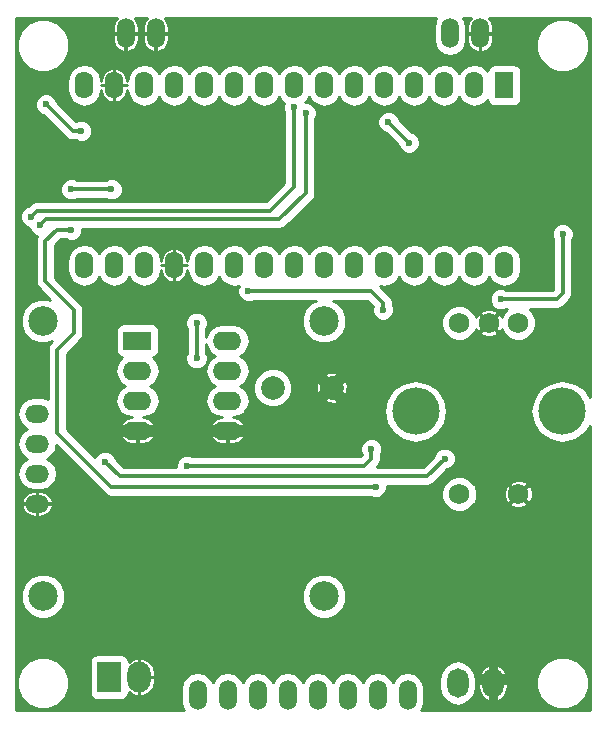
<source format=gbr>
G04 #@! TF.FileFunction,Copper,L2,Bot,Signal*
%FSLAX46Y46*%
G04 Gerber Fmt 4.6, Leading zero omitted, Abs format (unit mm)*
G04 Created by KiCad (PCBNEW 4.0.4-stable) date 07/11/19 10:43:22*
%MOMM*%
%LPD*%
G01*
G04 APERTURE LIST*
%ADD10C,0.100000*%
%ADD11O,2.000000X1.524000*%
%ADD12C,2.500000*%
%ADD13R,1.574800X2.286000*%
%ADD14O,1.574800X2.286000*%
%ADD15C,2.000000*%
%ADD16R,2.400000X1.600000*%
%ADD17O,2.400000X1.600000*%
%ADD18O,1.520000X2.520000*%
%ADD19R,2.000000X2.600000*%
%ADD20O,2.000000X2.600000*%
%ADD21C,1.750000*%
%ADD22O,4.000000X4.000000*%
%ADD23O,1.800000X2.500000*%
%ADD24C,0.600000*%
%ADD25C,0.350000*%
%ADD26C,0.750000*%
%ADD27C,1.000000*%
%ADD28C,0.254000*%
G04 APERTURE END LIST*
D10*
D11*
X72500000Y-111810000D03*
X72500000Y-109270000D03*
X72500000Y-106730000D03*
X72500000Y-104190000D03*
D12*
X96800000Y-119650000D03*
X73000000Y-119650000D03*
X73000000Y-96350000D03*
X96800000Y-96350000D03*
D13*
X112050000Y-76380000D03*
D14*
X109510000Y-76380000D03*
X106970000Y-76380000D03*
X104430000Y-76380000D03*
X101890000Y-76380000D03*
X99350000Y-76380000D03*
X96810000Y-76380000D03*
X94270000Y-76380000D03*
X91730000Y-76380000D03*
X89190000Y-76380000D03*
X86650000Y-76380000D03*
X84110000Y-76380000D03*
X81570000Y-76380000D03*
X79030000Y-76380000D03*
X76490000Y-76380000D03*
X76490000Y-91620000D03*
X79030000Y-91620000D03*
X81570000Y-91620000D03*
X84110000Y-91620000D03*
X86650000Y-91620000D03*
X89190000Y-91620000D03*
X91730000Y-91620000D03*
X94270000Y-91620000D03*
X96810000Y-91620000D03*
X99350000Y-91620000D03*
X101890000Y-91620000D03*
X104430000Y-91620000D03*
X106970000Y-91620000D03*
X109510000Y-91620000D03*
X112050000Y-91620000D03*
D15*
X92450000Y-102000000D03*
X97450000Y-102000000D03*
D16*
X81000000Y-98000000D03*
D17*
X88620000Y-105620000D03*
X81000000Y-100540000D03*
X88620000Y-103080000D03*
X81000000Y-103080000D03*
X88620000Y-100540000D03*
X81000000Y-105620000D03*
X88620000Y-98000000D03*
D18*
X80000000Y-72000000D03*
X82540000Y-72000000D03*
X110000000Y-72000000D03*
X107460000Y-72000000D03*
X86100000Y-128000000D03*
X88640000Y-128000000D03*
X91180000Y-128000000D03*
X93720000Y-128000000D03*
X96260000Y-128000000D03*
X98800000Y-128000000D03*
X101340000Y-128000000D03*
X103880000Y-128000000D03*
D19*
X78600000Y-126500000D03*
D20*
X81140000Y-126500000D03*
D21*
X113250000Y-96500000D03*
X108250000Y-96500000D03*
X110750000Y-96500000D03*
X108250000Y-111000000D03*
X113250000Y-111000000D03*
D22*
X104550000Y-104000000D03*
X116950000Y-104000000D03*
D23*
X111100000Y-127000000D03*
X108100000Y-127000000D03*
D24*
X97300000Y-72200000D03*
X96250000Y-72250000D03*
X95700000Y-106750000D03*
X96600000Y-106800000D03*
X77250000Y-104250000D03*
X75750000Y-104250000D03*
X78800000Y-85200000D03*
X75400000Y-85200000D03*
X75400000Y-88600000D03*
X101200000Y-110400000D03*
X85200000Y-108600000D03*
X100800000Y-107200000D03*
X104000000Y-81250000D03*
X102250000Y-79500000D03*
X78250000Y-108250000D03*
X107000000Y-108000000D03*
X86000000Y-96500000D03*
X86000000Y-99500000D03*
X73250000Y-78000000D03*
X76250000Y-80250000D03*
X72750000Y-88250000D03*
X95250000Y-78750000D03*
X94250000Y-78250000D03*
X72000000Y-87500000D03*
X101800000Y-95400000D03*
X90400000Y-93800000D03*
X111750000Y-94500000D03*
X117000000Y-89000000D03*
D25*
X96250000Y-72250000D02*
X97250000Y-72250000D01*
X97250000Y-72250000D02*
X97300000Y-72200000D01*
D26*
X111100000Y-127000000D02*
X111100000Y-129000000D01*
D27*
X97450000Y-102000000D02*
X97450000Y-101950000D01*
X97450000Y-101950000D02*
X98600000Y-100800000D01*
X97450000Y-102000000D02*
X97400000Y-102000000D01*
X97400000Y-102000000D02*
X96400000Y-103000000D01*
X97450000Y-102000000D02*
X97450000Y-102050000D01*
X97450000Y-102050000D02*
X98400000Y-103000000D01*
X97400000Y-102000000D02*
X96200000Y-100800000D01*
D26*
X111100000Y-126600000D02*
X111100000Y-124700000D01*
X111100000Y-124700000D02*
X111000000Y-124600000D01*
X111100000Y-126600000D02*
X112200000Y-126600000D01*
X111100000Y-126600000D02*
X110000000Y-126600000D01*
D25*
X95750000Y-106800000D02*
X96600000Y-106800000D01*
X95700000Y-106750000D02*
X95750000Y-106800000D01*
D27*
X76950000Y-104250000D02*
X77250000Y-104250000D01*
X75750000Y-104250000D02*
X75750000Y-104200000D01*
X81000000Y-105620000D02*
X79120000Y-105620000D01*
X79120000Y-105620000D02*
X79000000Y-105500000D01*
X81000000Y-105620000D02*
X82880000Y-105620000D01*
X82880000Y-105620000D02*
X83000000Y-105500000D01*
X88620000Y-105620000D02*
X90380000Y-105620000D01*
X90380000Y-105620000D02*
X90500000Y-105500000D01*
X88620000Y-105620000D02*
X86620000Y-105620000D01*
X86620000Y-105620000D02*
X86500000Y-105500000D01*
D25*
X75400000Y-85200000D02*
X78800000Y-85200000D01*
X74200000Y-88600000D02*
X75400000Y-88600000D01*
X73200000Y-89600000D02*
X74200000Y-88600000D01*
X73200000Y-93000000D02*
X73200000Y-89600000D01*
X75600000Y-95400000D02*
X73200000Y-93000000D01*
X75600000Y-97400000D02*
X75600000Y-95400000D01*
X74200000Y-98800000D02*
X75600000Y-97400000D01*
X74200000Y-105800000D02*
X74200000Y-98800000D01*
X78800000Y-110400000D02*
X74200000Y-105800000D01*
X101200000Y-110400000D02*
X78800000Y-110400000D01*
X85200000Y-108600000D02*
X100200000Y-108600000D01*
X100200000Y-108600000D02*
X100800000Y-108000000D01*
X100800000Y-108000000D02*
X100800000Y-107200000D01*
X104000000Y-81250000D02*
X102250000Y-79500000D01*
X79500000Y-109500000D02*
X78250000Y-108250000D01*
X105500000Y-109500000D02*
X79500000Y-109500000D01*
X107000000Y-108000000D02*
X105500000Y-109500000D01*
X86000000Y-99500000D02*
X86000000Y-96500000D01*
X73250000Y-78000000D02*
X75500000Y-80250000D01*
X75500000Y-80250000D02*
X76250000Y-80250000D01*
X72750000Y-88250000D02*
X73250000Y-87750000D01*
X73250000Y-87750000D02*
X93000000Y-87750000D01*
X93000000Y-87750000D02*
X95250000Y-85500000D01*
X95250000Y-85500000D02*
X95250000Y-78750000D01*
X94250000Y-85000000D02*
X94250000Y-78250000D01*
X92250000Y-87000000D02*
X94250000Y-85000000D01*
X72500000Y-87000000D02*
X92250000Y-87000000D01*
X72000000Y-87500000D02*
X72500000Y-87000000D01*
X101800000Y-94800000D02*
X101800000Y-95400000D01*
X100800000Y-93800000D02*
X101800000Y-94800000D01*
X99600000Y-93800000D02*
X100800000Y-93800000D01*
X90400000Y-93800000D02*
X99600000Y-93800000D01*
X116500000Y-94500000D02*
X111750000Y-94500000D01*
X117000000Y-94000000D02*
X116500000Y-94500000D01*
X117000000Y-89000000D02*
X117000000Y-94000000D01*
D28*
G36*
X79247073Y-70711152D02*
X79002507Y-71059332D01*
X78909800Y-71474600D01*
X78909800Y-71974600D01*
X79974600Y-71974600D01*
X79974600Y-71954600D01*
X80025400Y-71954600D01*
X80025400Y-71974600D01*
X81090200Y-71974600D01*
X81090200Y-71474600D01*
X80997493Y-71059332D01*
X80752927Y-70711152D01*
X80751113Y-70710000D01*
X81788887Y-70710000D01*
X81787073Y-70711152D01*
X81542507Y-71059332D01*
X81449800Y-71474600D01*
X81449800Y-71974600D01*
X82514600Y-71974600D01*
X82514600Y-71954600D01*
X82565400Y-71954600D01*
X82565400Y-71974600D01*
X83630200Y-71974600D01*
X83630200Y-71474600D01*
X83537493Y-71059332D01*
X83292927Y-70711152D01*
X83291113Y-70710000D01*
X106317540Y-70710000D01*
X106171188Y-70929032D01*
X106065000Y-71462875D01*
X106065000Y-72537125D01*
X106171188Y-73070968D01*
X106473586Y-73523539D01*
X106926157Y-73825937D01*
X107460000Y-73932125D01*
X107993843Y-73825937D01*
X108446414Y-73523539D01*
X108748812Y-73070968D01*
X108855000Y-72537125D01*
X108855000Y-72025400D01*
X108909800Y-72025400D01*
X108909800Y-72525400D01*
X109002507Y-72940668D01*
X109247073Y-73288848D01*
X109606265Y-73516933D01*
X109804414Y-73572512D01*
X109974600Y-73507330D01*
X109974600Y-72025400D01*
X110025400Y-72025400D01*
X110025400Y-73507330D01*
X110195586Y-73572512D01*
X110393735Y-73516933D01*
X110510765Y-73442619D01*
X114764613Y-73442619D01*
X115104155Y-74264372D01*
X115732321Y-74893636D01*
X116553481Y-75234611D01*
X117442619Y-75235387D01*
X118264372Y-74895845D01*
X118893636Y-74267679D01*
X119234611Y-73446519D01*
X119235387Y-72557381D01*
X118895845Y-71735628D01*
X118267679Y-71106364D01*
X117446519Y-70765389D01*
X116557381Y-70764613D01*
X115735628Y-71104155D01*
X115106364Y-71732321D01*
X114765389Y-72553481D01*
X114764613Y-73442619D01*
X110510765Y-73442619D01*
X110752927Y-73288848D01*
X110997493Y-72940668D01*
X111090200Y-72525400D01*
X111090200Y-72025400D01*
X110025400Y-72025400D01*
X109974600Y-72025400D01*
X108909800Y-72025400D01*
X108855000Y-72025400D01*
X108855000Y-71462875D01*
X108748812Y-70929032D01*
X108602460Y-70710000D01*
X109248887Y-70710000D01*
X109247073Y-70711152D01*
X109002507Y-71059332D01*
X108909800Y-71474600D01*
X108909800Y-71974600D01*
X109974600Y-71974600D01*
X109974600Y-71954600D01*
X110025400Y-71954600D01*
X110025400Y-71974600D01*
X111090200Y-71974600D01*
X111090200Y-71474600D01*
X110997493Y-71059332D01*
X110752927Y-70711152D01*
X110751113Y-70710000D01*
X119290000Y-70710000D01*
X119290000Y-102773056D01*
X118864849Y-102136774D01*
X118009994Y-101565577D01*
X117001623Y-101365000D01*
X116898377Y-101365000D01*
X115890006Y-101565577D01*
X115035151Y-102136774D01*
X114463954Y-102991629D01*
X114263377Y-104000000D01*
X114463954Y-105008371D01*
X115035151Y-105863226D01*
X115890006Y-106434423D01*
X116898377Y-106635000D01*
X117001623Y-106635000D01*
X118009994Y-106434423D01*
X118864849Y-105863226D01*
X119290000Y-105226944D01*
X119290000Y-129290000D01*
X105022460Y-129290000D01*
X105168812Y-129070968D01*
X105275000Y-128537125D01*
X105275000Y-127462875D01*
X105168812Y-126929032D01*
X104957694Y-126613071D01*
X106565000Y-126613071D01*
X106565000Y-127386929D01*
X106681845Y-127974348D01*
X107014591Y-128472338D01*
X107512581Y-128805084D01*
X108100000Y-128921929D01*
X108687419Y-128805084D01*
X109185409Y-128472338D01*
X109518155Y-127974348D01*
X109635000Y-127386929D01*
X109635000Y-127025400D01*
X109869800Y-127025400D01*
X109869800Y-127375400D01*
X109973164Y-127844244D01*
X110248078Y-128237843D01*
X110652690Y-128496276D01*
X110882508Y-128560822D01*
X111074600Y-128497369D01*
X111074600Y-127025400D01*
X111125400Y-127025400D01*
X111125400Y-128497369D01*
X111317492Y-128560822D01*
X111547310Y-128496276D01*
X111951922Y-128237843D01*
X112226836Y-127844244D01*
X112315380Y-127442619D01*
X114764613Y-127442619D01*
X115104155Y-128264372D01*
X115732321Y-128893636D01*
X116553481Y-129234611D01*
X117442619Y-129235387D01*
X118264372Y-128895845D01*
X118893636Y-128267679D01*
X119234611Y-127446519D01*
X119235387Y-126557381D01*
X118895845Y-125735628D01*
X118267679Y-125106364D01*
X117446519Y-124765389D01*
X116557381Y-124764613D01*
X115735628Y-125104155D01*
X115106364Y-125732321D01*
X114765389Y-126553481D01*
X114764613Y-127442619D01*
X112315380Y-127442619D01*
X112330200Y-127375400D01*
X112330200Y-127025400D01*
X111125400Y-127025400D01*
X111074600Y-127025400D01*
X109869800Y-127025400D01*
X109635000Y-127025400D01*
X109635000Y-126624600D01*
X109869800Y-126624600D01*
X109869800Y-126974600D01*
X111074600Y-126974600D01*
X111074600Y-125502631D01*
X111125400Y-125502631D01*
X111125400Y-126974600D01*
X112330200Y-126974600D01*
X112330200Y-126624600D01*
X112226836Y-126155756D01*
X111951922Y-125762157D01*
X111547310Y-125503724D01*
X111317492Y-125439178D01*
X111125400Y-125502631D01*
X111074600Y-125502631D01*
X110882508Y-125439178D01*
X110652690Y-125503724D01*
X110248078Y-125762157D01*
X109973164Y-126155756D01*
X109869800Y-126624600D01*
X109635000Y-126624600D01*
X109635000Y-126613071D01*
X109518155Y-126025652D01*
X109185409Y-125527662D01*
X108687419Y-125194916D01*
X108100000Y-125078071D01*
X107512581Y-125194916D01*
X107014591Y-125527662D01*
X106681845Y-126025652D01*
X106565000Y-126613071D01*
X104957694Y-126613071D01*
X104866414Y-126476461D01*
X104413843Y-126174063D01*
X103880000Y-126067875D01*
X103346157Y-126174063D01*
X102893586Y-126476461D01*
X102610000Y-126900878D01*
X102326414Y-126476461D01*
X101873843Y-126174063D01*
X101340000Y-126067875D01*
X100806157Y-126174063D01*
X100353586Y-126476461D01*
X100070000Y-126900878D01*
X99786414Y-126476461D01*
X99333843Y-126174063D01*
X98800000Y-126067875D01*
X98266157Y-126174063D01*
X97813586Y-126476461D01*
X97530000Y-126900878D01*
X97246414Y-126476461D01*
X96793843Y-126174063D01*
X96260000Y-126067875D01*
X95726157Y-126174063D01*
X95273586Y-126476461D01*
X94990000Y-126900878D01*
X94706414Y-126476461D01*
X94253843Y-126174063D01*
X93720000Y-126067875D01*
X93186157Y-126174063D01*
X92733586Y-126476461D01*
X92450000Y-126900878D01*
X92166414Y-126476461D01*
X91713843Y-126174063D01*
X91180000Y-126067875D01*
X90646157Y-126174063D01*
X90193586Y-126476461D01*
X89910000Y-126900878D01*
X89626414Y-126476461D01*
X89173843Y-126174063D01*
X88640000Y-126067875D01*
X88106157Y-126174063D01*
X87653586Y-126476461D01*
X87370000Y-126900878D01*
X87086414Y-126476461D01*
X86633843Y-126174063D01*
X86100000Y-126067875D01*
X85566157Y-126174063D01*
X85113586Y-126476461D01*
X84811188Y-126929032D01*
X84705000Y-127462875D01*
X84705000Y-128537125D01*
X84811188Y-129070968D01*
X84957540Y-129290000D01*
X70710000Y-129290000D01*
X70710000Y-127442619D01*
X70764613Y-127442619D01*
X71104155Y-128264372D01*
X71732321Y-128893636D01*
X72553481Y-129234611D01*
X73442619Y-129235387D01*
X74264372Y-128895845D01*
X74893636Y-128267679D01*
X75234611Y-127446519D01*
X75235387Y-126557381D01*
X74895845Y-125735628D01*
X74361152Y-125200000D01*
X76952560Y-125200000D01*
X76952560Y-127800000D01*
X76996838Y-128035317D01*
X77135910Y-128251441D01*
X77348110Y-128396431D01*
X77600000Y-128447440D01*
X79600000Y-128447440D01*
X79835317Y-128403162D01*
X80051441Y-128264090D01*
X80196431Y-128051890D01*
X80247440Y-127800000D01*
X80247440Y-127777828D01*
X80654421Y-128038665D01*
X80906862Y-128109610D01*
X81114600Y-128047391D01*
X81114600Y-126525400D01*
X81165400Y-126525400D01*
X81165400Y-128047391D01*
X81373138Y-128109610D01*
X81625579Y-128038665D01*
X82062633Y-127758554D01*
X82359224Y-127332512D01*
X82470200Y-126825400D01*
X82470200Y-126525400D01*
X81165400Y-126525400D01*
X81114600Y-126525400D01*
X81094600Y-126525400D01*
X81094600Y-126474600D01*
X81114600Y-126474600D01*
X81114600Y-124952609D01*
X81165400Y-124952609D01*
X81165400Y-126474600D01*
X82470200Y-126474600D01*
X82470200Y-126174600D01*
X82359224Y-125667488D01*
X82062633Y-125241446D01*
X81625579Y-124961335D01*
X81373138Y-124890390D01*
X81165400Y-124952609D01*
X81114600Y-124952609D01*
X80906862Y-124890390D01*
X80654421Y-124961335D01*
X80247440Y-125222172D01*
X80247440Y-125200000D01*
X80203162Y-124964683D01*
X80064090Y-124748559D01*
X79851890Y-124603569D01*
X79600000Y-124552560D01*
X77600000Y-124552560D01*
X77364683Y-124596838D01*
X77148559Y-124735910D01*
X77003569Y-124948110D01*
X76952560Y-125200000D01*
X74361152Y-125200000D01*
X74267679Y-125106364D01*
X73446519Y-124765389D01*
X72557381Y-124764613D01*
X71735628Y-125104155D01*
X71106364Y-125732321D01*
X70765389Y-126553481D01*
X70764613Y-127442619D01*
X70710000Y-127442619D01*
X70710000Y-120023305D01*
X71114674Y-120023305D01*
X71401043Y-120716372D01*
X71930839Y-121247093D01*
X72623405Y-121534672D01*
X73373305Y-121535326D01*
X74066372Y-121248957D01*
X74597093Y-120719161D01*
X74884672Y-120026595D01*
X74884674Y-120023305D01*
X94914674Y-120023305D01*
X95201043Y-120716372D01*
X95730839Y-121247093D01*
X96423405Y-121534672D01*
X97173305Y-121535326D01*
X97866372Y-121248957D01*
X98397093Y-120719161D01*
X98684672Y-120026595D01*
X98685326Y-119276695D01*
X98398957Y-118583628D01*
X97869161Y-118052907D01*
X97176595Y-117765328D01*
X96426695Y-117764674D01*
X95733628Y-118051043D01*
X95202907Y-118580839D01*
X94915328Y-119273405D01*
X94914674Y-120023305D01*
X74884674Y-120023305D01*
X74885326Y-119276695D01*
X74598957Y-118583628D01*
X74069161Y-118052907D01*
X73376595Y-117765328D01*
X72626695Y-117764674D01*
X71933628Y-118051043D01*
X71402907Y-118580839D01*
X71115328Y-119273405D01*
X71114674Y-120023305D01*
X70710000Y-120023305D01*
X70710000Y-112005899D01*
X71187512Y-112005899D01*
X71243219Y-112204501D01*
X71471738Y-112564342D01*
X71820567Y-112809341D01*
X72236600Y-112902200D01*
X72474600Y-112902200D01*
X72474600Y-111835400D01*
X72525400Y-111835400D01*
X72525400Y-112902200D01*
X72763400Y-112902200D01*
X73179433Y-112809341D01*
X73528262Y-112564342D01*
X73756781Y-112204501D01*
X73812488Y-112005899D01*
X73747330Y-111835400D01*
X72525400Y-111835400D01*
X72474600Y-111835400D01*
X71252670Y-111835400D01*
X71187512Y-112005899D01*
X70710000Y-112005899D01*
X70710000Y-111614101D01*
X71187512Y-111614101D01*
X71252670Y-111784600D01*
X72474600Y-111784600D01*
X72474600Y-110717800D01*
X72525400Y-110717800D01*
X72525400Y-111784600D01*
X73747330Y-111784600D01*
X73812488Y-111614101D01*
X73756781Y-111415499D01*
X73528262Y-111055658D01*
X73179433Y-110810659D01*
X72763400Y-110717800D01*
X72525400Y-110717800D01*
X72474600Y-110717800D01*
X72236600Y-110717800D01*
X71820567Y-110810659D01*
X71471738Y-111055658D01*
X71243219Y-111415499D01*
X71187512Y-111614101D01*
X70710000Y-111614101D01*
X70710000Y-104190000D01*
X70832968Y-104190000D01*
X70939308Y-104724609D01*
X71242140Y-105177828D01*
X71664439Y-105460000D01*
X71242140Y-105742172D01*
X70939308Y-106195391D01*
X70832968Y-106730000D01*
X70939308Y-107264609D01*
X71242140Y-107717828D01*
X71664439Y-108000000D01*
X71242140Y-108282172D01*
X70939308Y-108735391D01*
X70832968Y-109270000D01*
X70939308Y-109804609D01*
X71242140Y-110257828D01*
X71695359Y-110560660D01*
X72229968Y-110667000D01*
X72770032Y-110667000D01*
X73304641Y-110560660D01*
X73757860Y-110257828D01*
X74060692Y-109804609D01*
X74167032Y-109270000D01*
X74060692Y-108735391D01*
X73757860Y-108282172D01*
X73335561Y-108000000D01*
X73757860Y-107717828D01*
X74060692Y-107264609D01*
X74136746Y-106882258D01*
X78227243Y-110972756D01*
X78351315Y-111055658D01*
X78490026Y-111148342D01*
X78800000Y-111210000D01*
X100712559Y-111210000D01*
X101013201Y-111334838D01*
X101385167Y-111335162D01*
X101472589Y-111299040D01*
X106739738Y-111299040D01*
X106969138Y-111854229D01*
X107393537Y-112279370D01*
X107948325Y-112509738D01*
X108549040Y-112510262D01*
X109104229Y-112280862D01*
X109529370Y-111856463D01*
X109541068Y-111828291D01*
X112457630Y-111828291D01*
X112548427Y-112008846D01*
X112987900Y-112200533D01*
X113467275Y-112209449D01*
X113913572Y-112034238D01*
X113951573Y-112008846D01*
X114042370Y-111828291D01*
X113250000Y-111035921D01*
X112457630Y-111828291D01*
X109541068Y-111828291D01*
X109759738Y-111301675D01*
X109759811Y-111217275D01*
X112040551Y-111217275D01*
X112215762Y-111663572D01*
X112241154Y-111701573D01*
X112421709Y-111792370D01*
X113214079Y-111000000D01*
X113285921Y-111000000D01*
X114078291Y-111792370D01*
X114258846Y-111701573D01*
X114450533Y-111262100D01*
X114459449Y-110782725D01*
X114284238Y-110336428D01*
X114258846Y-110298427D01*
X114078291Y-110207630D01*
X113285921Y-111000000D01*
X113214079Y-111000000D01*
X112421709Y-110207630D01*
X112241154Y-110298427D01*
X112049467Y-110737900D01*
X112040551Y-111217275D01*
X109759811Y-111217275D01*
X109760262Y-110700960D01*
X109541580Y-110171709D01*
X112457630Y-110171709D01*
X113250000Y-110964079D01*
X114042370Y-110171709D01*
X113951573Y-109991154D01*
X113512100Y-109799467D01*
X113032725Y-109790551D01*
X112586428Y-109965762D01*
X112548427Y-109991154D01*
X112457630Y-110171709D01*
X109541580Y-110171709D01*
X109530862Y-110145771D01*
X109106463Y-109720630D01*
X108551675Y-109490262D01*
X107950960Y-109489738D01*
X107395771Y-109719138D01*
X106970630Y-110143537D01*
X106740262Y-110698325D01*
X106739738Y-111299040D01*
X101472589Y-111299040D01*
X101728943Y-111193117D01*
X101992192Y-110930327D01*
X102134838Y-110586799D01*
X102135079Y-110310000D01*
X105500000Y-110310000D01*
X105809974Y-110248342D01*
X106072756Y-110072756D01*
X107228083Y-108917429D01*
X107528943Y-108793117D01*
X107792192Y-108530327D01*
X107934838Y-108186799D01*
X107935162Y-107814833D01*
X107793117Y-107471057D01*
X107530327Y-107207808D01*
X107186799Y-107065162D01*
X106814833Y-107064838D01*
X106471057Y-107206883D01*
X106207808Y-107469673D01*
X106082116Y-107772371D01*
X105164488Y-108690000D01*
X101255513Y-108690000D01*
X101372756Y-108572757D01*
X101479368Y-108413201D01*
X101548342Y-108309974D01*
X101610000Y-108000000D01*
X101610000Y-107687441D01*
X101734838Y-107386799D01*
X101735162Y-107014833D01*
X101593117Y-106671057D01*
X101330327Y-106407808D01*
X100986799Y-106265162D01*
X100614833Y-106264838D01*
X100271057Y-106406883D01*
X100007808Y-106669673D01*
X99865162Y-107013201D01*
X99864838Y-107385167D01*
X99983101Y-107671386D01*
X99864488Y-107790000D01*
X85687441Y-107790000D01*
X85386799Y-107665162D01*
X85014833Y-107664838D01*
X84671057Y-107806883D01*
X84407808Y-108069673D01*
X84265162Y-108413201D01*
X84264921Y-108690000D01*
X79835513Y-108690000D01*
X79167430Y-108021917D01*
X79043117Y-107721057D01*
X78780327Y-107457808D01*
X78436799Y-107315162D01*
X78064833Y-107314838D01*
X77721057Y-107456883D01*
X77457808Y-107719673D01*
X77401292Y-107855779D01*
X75367358Y-105821845D01*
X79487970Y-105821845D01*
X79546112Y-106029042D01*
X79782868Y-106401211D01*
X80144025Y-106654448D01*
X80574600Y-106750200D01*
X80974600Y-106750200D01*
X80974600Y-105645400D01*
X81025400Y-105645400D01*
X81025400Y-106750200D01*
X81425400Y-106750200D01*
X81855975Y-106654448D01*
X82217132Y-106401211D01*
X82453888Y-106029042D01*
X82512030Y-105821845D01*
X87107970Y-105821845D01*
X87166112Y-106029042D01*
X87402868Y-106401211D01*
X87764025Y-106654448D01*
X88194600Y-106750200D01*
X88594600Y-106750200D01*
X88594600Y-105645400D01*
X88645400Y-105645400D01*
X88645400Y-106750200D01*
X89045400Y-106750200D01*
X89475975Y-106654448D01*
X89837132Y-106401211D01*
X90073888Y-106029042D01*
X90132030Y-105821845D01*
X90067342Y-105645400D01*
X88645400Y-105645400D01*
X88594600Y-105645400D01*
X87172658Y-105645400D01*
X87107970Y-105821845D01*
X82512030Y-105821845D01*
X82447342Y-105645400D01*
X81025400Y-105645400D01*
X80974600Y-105645400D01*
X79552658Y-105645400D01*
X79487970Y-105821845D01*
X75367358Y-105821845D01*
X75010000Y-105464488D01*
X75010000Y-100540000D01*
X79129050Y-100540000D01*
X79238283Y-101089151D01*
X79549352Y-101554698D01*
X79931438Y-101810000D01*
X79549352Y-102065302D01*
X79238283Y-102530849D01*
X79129050Y-103080000D01*
X79238283Y-103629151D01*
X79549352Y-104094698D01*
X80014899Y-104405767D01*
X80509803Y-104504210D01*
X80144025Y-104585552D01*
X79782868Y-104838789D01*
X79546112Y-105210958D01*
X79487970Y-105418155D01*
X79552658Y-105594600D01*
X80974600Y-105594600D01*
X80974600Y-105574600D01*
X81025400Y-105574600D01*
X81025400Y-105594600D01*
X82447342Y-105594600D01*
X82512030Y-105418155D01*
X82453888Y-105210958D01*
X82217132Y-104838789D01*
X81855975Y-104585552D01*
X81490197Y-104504210D01*
X81985101Y-104405767D01*
X82450648Y-104094698D01*
X82761717Y-103629151D01*
X82870950Y-103080000D01*
X82761717Y-102530849D01*
X82450648Y-102065302D01*
X82068562Y-101810000D01*
X82450648Y-101554698D01*
X82761717Y-101089151D01*
X82870950Y-100540000D01*
X82761717Y-99990849D01*
X82450648Y-99525302D01*
X82304650Y-99427749D01*
X82435317Y-99403162D01*
X82651441Y-99264090D01*
X82796431Y-99051890D01*
X82847440Y-98800000D01*
X82847440Y-97200000D01*
X82803162Y-96964683D01*
X82664090Y-96748559D01*
X82571313Y-96685167D01*
X85064838Y-96685167D01*
X85190000Y-96988083D01*
X85190000Y-99012559D01*
X85065162Y-99313201D01*
X85064838Y-99685167D01*
X85206883Y-100028943D01*
X85469673Y-100292192D01*
X85813201Y-100434838D01*
X86185167Y-100435162D01*
X86528943Y-100293117D01*
X86792192Y-100030327D01*
X86934838Y-99686799D01*
X86935162Y-99314833D01*
X86810000Y-99011917D01*
X86810000Y-98306416D01*
X86858283Y-98549151D01*
X87169352Y-99014698D01*
X87551438Y-99270000D01*
X87169352Y-99525302D01*
X86858283Y-99990849D01*
X86749050Y-100540000D01*
X86858283Y-101089151D01*
X87169352Y-101554698D01*
X87551438Y-101810000D01*
X87169352Y-102065302D01*
X86858283Y-102530849D01*
X86749050Y-103080000D01*
X86858283Y-103629151D01*
X87169352Y-104094698D01*
X87634899Y-104405767D01*
X88129803Y-104504210D01*
X87764025Y-104585552D01*
X87402868Y-104838789D01*
X87166112Y-105210958D01*
X87107970Y-105418155D01*
X87172658Y-105594600D01*
X88594600Y-105594600D01*
X88594600Y-105574600D01*
X88645400Y-105574600D01*
X88645400Y-105594600D01*
X90067342Y-105594600D01*
X90132030Y-105418155D01*
X90073888Y-105210958D01*
X89837132Y-104838789D01*
X89475975Y-104585552D01*
X89110197Y-104504210D01*
X89605101Y-104405767D01*
X90070648Y-104094698D01*
X90133923Y-104000000D01*
X101863377Y-104000000D01*
X102063954Y-105008371D01*
X102635151Y-105863226D01*
X103490006Y-106434423D01*
X104498377Y-106635000D01*
X104601623Y-106635000D01*
X105609994Y-106434423D01*
X106464849Y-105863226D01*
X107036046Y-105008371D01*
X107236623Y-104000000D01*
X107036046Y-102991629D01*
X106464849Y-102136774D01*
X105609994Y-101565577D01*
X104601623Y-101365000D01*
X104498377Y-101365000D01*
X103490006Y-101565577D01*
X102635151Y-102136774D01*
X102063954Y-102991629D01*
X101863377Y-104000000D01*
X90133923Y-104000000D01*
X90381717Y-103629151D01*
X90490950Y-103080000D01*
X90381717Y-102530849D01*
X90243368Y-102323795D01*
X90814716Y-102323795D01*
X91063106Y-102924943D01*
X91522637Y-103385278D01*
X92123352Y-103634716D01*
X92773795Y-103635284D01*
X93374943Y-103386894D01*
X93835278Y-102927363D01*
X93838986Y-102918431D01*
X96567490Y-102918431D01*
X96673499Y-103111975D01*
X97158141Y-103324485D01*
X97687216Y-103335354D01*
X98180177Y-103142928D01*
X98226501Y-103111975D01*
X98332510Y-102918431D01*
X97450000Y-102035921D01*
X96567490Y-102918431D01*
X93838986Y-102918431D01*
X94084716Y-102326648D01*
X94084794Y-102237216D01*
X96114646Y-102237216D01*
X96307072Y-102730177D01*
X96338025Y-102776501D01*
X96531569Y-102882510D01*
X97414079Y-102000000D01*
X97485921Y-102000000D01*
X98368431Y-102882510D01*
X98561975Y-102776501D01*
X98774485Y-102291859D01*
X98785354Y-101762784D01*
X98592928Y-101269823D01*
X98561975Y-101223499D01*
X98368431Y-101117490D01*
X97485921Y-102000000D01*
X97414079Y-102000000D01*
X96531569Y-101117490D01*
X96338025Y-101223499D01*
X96125515Y-101708141D01*
X96114646Y-102237216D01*
X94084794Y-102237216D01*
X94085284Y-101676205D01*
X93839585Y-101081569D01*
X96567490Y-101081569D01*
X97450000Y-101964079D01*
X98332510Y-101081569D01*
X98226501Y-100888025D01*
X97741859Y-100675515D01*
X97212784Y-100664646D01*
X96719823Y-100857072D01*
X96673499Y-100888025D01*
X96567490Y-101081569D01*
X93839585Y-101081569D01*
X93836894Y-101075057D01*
X93377363Y-100614722D01*
X92776648Y-100365284D01*
X92126205Y-100364716D01*
X91525057Y-100613106D01*
X91064722Y-101072637D01*
X90815284Y-101673352D01*
X90814716Y-102323795D01*
X90243368Y-102323795D01*
X90070648Y-102065302D01*
X89688562Y-101810000D01*
X90070648Y-101554698D01*
X90381717Y-101089151D01*
X90490950Y-100540000D01*
X90381717Y-99990849D01*
X90070648Y-99525302D01*
X89688562Y-99270000D01*
X90070648Y-99014698D01*
X90381717Y-98549151D01*
X90490950Y-98000000D01*
X90381717Y-97450849D01*
X90070648Y-96985302D01*
X89605101Y-96674233D01*
X89055950Y-96565000D01*
X88184050Y-96565000D01*
X87634899Y-96674233D01*
X87169352Y-96985302D01*
X86858283Y-97450849D01*
X86810000Y-97693584D01*
X86810000Y-96987441D01*
X86934838Y-96686799D01*
X86935162Y-96314833D01*
X86793117Y-95971057D01*
X86530327Y-95707808D01*
X86186799Y-95565162D01*
X85814833Y-95564838D01*
X85471057Y-95706883D01*
X85207808Y-95969673D01*
X85065162Y-96313201D01*
X85064838Y-96685167D01*
X82571313Y-96685167D01*
X82451890Y-96603569D01*
X82200000Y-96552560D01*
X79800000Y-96552560D01*
X79564683Y-96596838D01*
X79348559Y-96735910D01*
X79203569Y-96948110D01*
X79152560Y-97200000D01*
X79152560Y-98800000D01*
X79196838Y-99035317D01*
X79335910Y-99251441D01*
X79548110Y-99396431D01*
X79697074Y-99426597D01*
X79549352Y-99525302D01*
X79238283Y-99990849D01*
X79129050Y-100540000D01*
X75010000Y-100540000D01*
X75010000Y-99135512D01*
X76172757Y-97972756D01*
X76301973Y-97779370D01*
X76348342Y-97709974D01*
X76410000Y-97400000D01*
X76410000Y-95400000D01*
X76386852Y-95283628D01*
X76348343Y-95090027D01*
X76172757Y-94827244D01*
X74010000Y-92664488D01*
X74010000Y-91229567D01*
X75067600Y-91229567D01*
X75067600Y-92010433D01*
X75175874Y-92554762D01*
X75484211Y-93016222D01*
X75945671Y-93324559D01*
X76490000Y-93432833D01*
X77034329Y-93324559D01*
X77495789Y-93016222D01*
X77760000Y-92620801D01*
X78024211Y-93016222D01*
X78485671Y-93324559D01*
X79030000Y-93432833D01*
X79574329Y-93324559D01*
X80035789Y-93016222D01*
X80300000Y-92620801D01*
X80564211Y-93016222D01*
X81025671Y-93324559D01*
X81570000Y-93432833D01*
X82114329Y-93324559D01*
X82575789Y-93016222D01*
X82884126Y-92554762D01*
X82992400Y-92010433D01*
X82992400Y-92001000D01*
X83087192Y-92426754D01*
X83337698Y-92783824D01*
X83705780Y-93017849D01*
X83910127Y-93075182D01*
X84084600Y-93010338D01*
X84084600Y-91645400D01*
X82992400Y-91645400D01*
X82992400Y-91594600D01*
X84084600Y-91594600D01*
X84084600Y-90229662D01*
X84135400Y-90229662D01*
X84135400Y-91594600D01*
X85227600Y-91594600D01*
X85227600Y-91645400D01*
X84135400Y-91645400D01*
X84135400Y-93010338D01*
X84309873Y-93075182D01*
X84514220Y-93017849D01*
X84882302Y-92783824D01*
X85132808Y-92426754D01*
X85227600Y-92001000D01*
X85227600Y-92010433D01*
X85335874Y-92554762D01*
X85644211Y-93016222D01*
X86105671Y-93324559D01*
X86650000Y-93432833D01*
X87194329Y-93324559D01*
X87655789Y-93016222D01*
X87920000Y-92620801D01*
X88184211Y-93016222D01*
X88645671Y-93324559D01*
X89190000Y-93432833D01*
X89571574Y-93356933D01*
X89465162Y-93613201D01*
X89464838Y-93985167D01*
X89606883Y-94328943D01*
X89869673Y-94592192D01*
X90213201Y-94734838D01*
X90585167Y-94735162D01*
X90888083Y-94610000D01*
X96074979Y-94610000D01*
X95733628Y-94751043D01*
X95202907Y-95280839D01*
X94915328Y-95973405D01*
X94914674Y-96723305D01*
X95201043Y-97416372D01*
X95730839Y-97947093D01*
X96423405Y-98234672D01*
X97173305Y-98235326D01*
X97866372Y-97948957D01*
X98397093Y-97419161D01*
X98654590Y-96799040D01*
X106739738Y-96799040D01*
X106969138Y-97354229D01*
X107393537Y-97779370D01*
X107948325Y-98009738D01*
X108549040Y-98010262D01*
X109104229Y-97780862D01*
X109529370Y-97356463D01*
X109541068Y-97328291D01*
X109957630Y-97328291D01*
X110048427Y-97508846D01*
X110487900Y-97700533D01*
X110967275Y-97709449D01*
X111413572Y-97534238D01*
X111451573Y-97508846D01*
X111542370Y-97328291D01*
X110750000Y-96535921D01*
X109957630Y-97328291D01*
X109541068Y-97328291D01*
X109664104Y-97031988D01*
X109715762Y-97163572D01*
X109741154Y-97201573D01*
X109921709Y-97292370D01*
X110714079Y-96500000D01*
X110785921Y-96500000D01*
X111578291Y-97292370D01*
X111758846Y-97201573D01*
X111834446Y-97028249D01*
X111969138Y-97354229D01*
X112393537Y-97779370D01*
X112948325Y-98009738D01*
X113549040Y-98010262D01*
X114104229Y-97780862D01*
X114529370Y-97356463D01*
X114759738Y-96801675D01*
X114760262Y-96200960D01*
X114530862Y-95645771D01*
X114195677Y-95310000D01*
X116500000Y-95310000D01*
X116809974Y-95248342D01*
X117072756Y-95072756D01*
X117572757Y-94572756D01*
X117748343Y-94309973D01*
X117775766Y-94172103D01*
X117810000Y-94000000D01*
X117810000Y-89487441D01*
X117934838Y-89186799D01*
X117935162Y-88814833D01*
X117793117Y-88471057D01*
X117530327Y-88207808D01*
X117186799Y-88065162D01*
X116814833Y-88064838D01*
X116471057Y-88206883D01*
X116207808Y-88469673D01*
X116065162Y-88813201D01*
X116064838Y-89185167D01*
X116190000Y-89488083D01*
X116190000Y-93664487D01*
X116164488Y-93690000D01*
X112237441Y-93690000D01*
X111936799Y-93565162D01*
X111564833Y-93564838D01*
X111221057Y-93706883D01*
X110957808Y-93969673D01*
X110815162Y-94313201D01*
X110814838Y-94685167D01*
X110956883Y-95028943D01*
X111219673Y-95292192D01*
X111563201Y-95434838D01*
X111935167Y-95435162D01*
X112238083Y-95310000D01*
X112304750Y-95310000D01*
X111970630Y-95643537D01*
X111835896Y-95968012D01*
X111784238Y-95836428D01*
X111758846Y-95798427D01*
X111578291Y-95707630D01*
X110785921Y-96500000D01*
X110714079Y-96500000D01*
X109921709Y-95707630D01*
X109741154Y-95798427D01*
X109665554Y-95971751D01*
X109541580Y-95671709D01*
X109957630Y-95671709D01*
X110750000Y-96464079D01*
X111542370Y-95671709D01*
X111451573Y-95491154D01*
X111012100Y-95299467D01*
X110532725Y-95290551D01*
X110086428Y-95465762D01*
X110048427Y-95491154D01*
X109957630Y-95671709D01*
X109541580Y-95671709D01*
X109530862Y-95645771D01*
X109106463Y-95220630D01*
X108551675Y-94990262D01*
X107950960Y-94989738D01*
X107395771Y-95219138D01*
X106970630Y-95643537D01*
X106740262Y-96198325D01*
X106739738Y-96799040D01*
X98654590Y-96799040D01*
X98684672Y-96726595D01*
X98685326Y-95976695D01*
X98398957Y-95283628D01*
X97869161Y-94752907D01*
X97525003Y-94610000D01*
X100464488Y-94610000D01*
X100924584Y-95070097D01*
X100865162Y-95213201D01*
X100864838Y-95585167D01*
X101006883Y-95928943D01*
X101269673Y-96192192D01*
X101613201Y-96334838D01*
X101985167Y-96335162D01*
X102328943Y-96193117D01*
X102592192Y-95930327D01*
X102734838Y-95586799D01*
X102735162Y-95214833D01*
X102610000Y-94911917D01*
X102610000Y-94800000D01*
X102597103Y-94735162D01*
X102548343Y-94490027D01*
X102372757Y-94227244D01*
X101500960Y-93355448D01*
X101890000Y-93432833D01*
X102434329Y-93324559D01*
X102895789Y-93016222D01*
X103160000Y-92620801D01*
X103424211Y-93016222D01*
X103885671Y-93324559D01*
X104430000Y-93432833D01*
X104974329Y-93324559D01*
X105435789Y-93016222D01*
X105700000Y-92620801D01*
X105964211Y-93016222D01*
X106425671Y-93324559D01*
X106970000Y-93432833D01*
X107514329Y-93324559D01*
X107975789Y-93016222D01*
X108240000Y-92620801D01*
X108504211Y-93016222D01*
X108965671Y-93324559D01*
X109510000Y-93432833D01*
X110054329Y-93324559D01*
X110515789Y-93016222D01*
X110780000Y-92620801D01*
X111044211Y-93016222D01*
X111505671Y-93324559D01*
X112050000Y-93432833D01*
X112594329Y-93324559D01*
X113055789Y-93016222D01*
X113364126Y-92554762D01*
X113472400Y-92010433D01*
X113472400Y-91229567D01*
X113364126Y-90685238D01*
X113055789Y-90223778D01*
X112594329Y-89915441D01*
X112050000Y-89807167D01*
X111505671Y-89915441D01*
X111044211Y-90223778D01*
X110780000Y-90619199D01*
X110515789Y-90223778D01*
X110054329Y-89915441D01*
X109510000Y-89807167D01*
X108965671Y-89915441D01*
X108504211Y-90223778D01*
X108240000Y-90619199D01*
X107975789Y-90223778D01*
X107514329Y-89915441D01*
X106970000Y-89807167D01*
X106425671Y-89915441D01*
X105964211Y-90223778D01*
X105700000Y-90619199D01*
X105435789Y-90223778D01*
X104974329Y-89915441D01*
X104430000Y-89807167D01*
X103885671Y-89915441D01*
X103424211Y-90223778D01*
X103160000Y-90619199D01*
X102895789Y-90223778D01*
X102434329Y-89915441D01*
X101890000Y-89807167D01*
X101345671Y-89915441D01*
X100884211Y-90223778D01*
X100620000Y-90619199D01*
X100355789Y-90223778D01*
X99894329Y-89915441D01*
X99350000Y-89807167D01*
X98805671Y-89915441D01*
X98344211Y-90223778D01*
X98080000Y-90619199D01*
X97815789Y-90223778D01*
X97354329Y-89915441D01*
X96810000Y-89807167D01*
X96265671Y-89915441D01*
X95804211Y-90223778D01*
X95540000Y-90619199D01*
X95275789Y-90223778D01*
X94814329Y-89915441D01*
X94270000Y-89807167D01*
X93725671Y-89915441D01*
X93264211Y-90223778D01*
X93000000Y-90619199D01*
X92735789Y-90223778D01*
X92274329Y-89915441D01*
X91730000Y-89807167D01*
X91185671Y-89915441D01*
X90724211Y-90223778D01*
X90460000Y-90619199D01*
X90195789Y-90223778D01*
X89734329Y-89915441D01*
X89190000Y-89807167D01*
X88645671Y-89915441D01*
X88184211Y-90223778D01*
X87920000Y-90619199D01*
X87655789Y-90223778D01*
X87194329Y-89915441D01*
X86650000Y-89807167D01*
X86105671Y-89915441D01*
X85644211Y-90223778D01*
X85335874Y-90685238D01*
X85227600Y-91229567D01*
X85227600Y-91239000D01*
X85132808Y-90813246D01*
X84882302Y-90456176D01*
X84514220Y-90222151D01*
X84309873Y-90164818D01*
X84135400Y-90229662D01*
X84084600Y-90229662D01*
X83910127Y-90164818D01*
X83705780Y-90222151D01*
X83337698Y-90456176D01*
X83087192Y-90813246D01*
X82992400Y-91239000D01*
X82992400Y-91229567D01*
X82884126Y-90685238D01*
X82575789Y-90223778D01*
X82114329Y-89915441D01*
X81570000Y-89807167D01*
X81025671Y-89915441D01*
X80564211Y-90223778D01*
X80300000Y-90619199D01*
X80035789Y-90223778D01*
X79574329Y-89915441D01*
X79030000Y-89807167D01*
X78485671Y-89915441D01*
X78024211Y-90223778D01*
X77760000Y-90619199D01*
X77495789Y-90223778D01*
X77034329Y-89915441D01*
X76490000Y-89807167D01*
X75945671Y-89915441D01*
X75484211Y-90223778D01*
X75175874Y-90685238D01*
X75067600Y-91229567D01*
X74010000Y-91229567D01*
X74010000Y-89935512D01*
X74535513Y-89410000D01*
X74912559Y-89410000D01*
X75213201Y-89534838D01*
X75585167Y-89535162D01*
X75928943Y-89393117D01*
X76192192Y-89130327D01*
X76334838Y-88786799D01*
X76335036Y-88560000D01*
X93000000Y-88560000D01*
X93309974Y-88498342D01*
X93572756Y-88322756D01*
X95822757Y-86072756D01*
X95998343Y-85809973D01*
X96060000Y-85500000D01*
X96060000Y-79685167D01*
X101314838Y-79685167D01*
X101456883Y-80028943D01*
X101719673Y-80292192D01*
X102022372Y-80417884D01*
X103082571Y-81478083D01*
X103206883Y-81778943D01*
X103469673Y-82042192D01*
X103813201Y-82184838D01*
X104185167Y-82185162D01*
X104528943Y-82043117D01*
X104792192Y-81780327D01*
X104934838Y-81436799D01*
X104935162Y-81064833D01*
X104793117Y-80721057D01*
X104530327Y-80457808D01*
X104227629Y-80332116D01*
X103167430Y-79271918D01*
X103043117Y-78971057D01*
X102780327Y-78707808D01*
X102436799Y-78565162D01*
X102064833Y-78564838D01*
X101721057Y-78706883D01*
X101457808Y-78969673D01*
X101315162Y-79313201D01*
X101314838Y-79685167D01*
X96060000Y-79685167D01*
X96060000Y-79237441D01*
X96184838Y-78936799D01*
X96185162Y-78564833D01*
X96043117Y-78221057D01*
X95780327Y-77957808D01*
X95436799Y-77815162D01*
X95217797Y-77814971D01*
X95275789Y-77776222D01*
X95540000Y-77380801D01*
X95804211Y-77776222D01*
X96265671Y-78084559D01*
X96810000Y-78192833D01*
X97354329Y-78084559D01*
X97815789Y-77776222D01*
X98080000Y-77380801D01*
X98344211Y-77776222D01*
X98805671Y-78084559D01*
X99350000Y-78192833D01*
X99894329Y-78084559D01*
X100355789Y-77776222D01*
X100620000Y-77380801D01*
X100884211Y-77776222D01*
X101345671Y-78084559D01*
X101890000Y-78192833D01*
X102434329Y-78084559D01*
X102895789Y-77776222D01*
X103160000Y-77380801D01*
X103424211Y-77776222D01*
X103885671Y-78084559D01*
X104430000Y-78192833D01*
X104974329Y-78084559D01*
X105435789Y-77776222D01*
X105700000Y-77380801D01*
X105964211Y-77776222D01*
X106425671Y-78084559D01*
X106970000Y-78192833D01*
X107514329Y-78084559D01*
X107975789Y-77776222D01*
X108240000Y-77380801D01*
X108504211Y-77776222D01*
X108965671Y-78084559D01*
X109510000Y-78192833D01*
X110054329Y-78084559D01*
X110515789Y-77776222D01*
X110630503Y-77604540D01*
X110659438Y-77758317D01*
X110798510Y-77974441D01*
X111010710Y-78119431D01*
X111262600Y-78170440D01*
X112837400Y-78170440D01*
X113072717Y-78126162D01*
X113288841Y-77987090D01*
X113433831Y-77774890D01*
X113484840Y-77523000D01*
X113484840Y-75237000D01*
X113440562Y-75001683D01*
X113301490Y-74785559D01*
X113089290Y-74640569D01*
X112837400Y-74589560D01*
X111262600Y-74589560D01*
X111027283Y-74633838D01*
X110811159Y-74772910D01*
X110666169Y-74985110D01*
X110631400Y-75156803D01*
X110515789Y-74983778D01*
X110054329Y-74675441D01*
X109510000Y-74567167D01*
X108965671Y-74675441D01*
X108504211Y-74983778D01*
X108240000Y-75379199D01*
X107975789Y-74983778D01*
X107514329Y-74675441D01*
X106970000Y-74567167D01*
X106425671Y-74675441D01*
X105964211Y-74983778D01*
X105700000Y-75379199D01*
X105435789Y-74983778D01*
X104974329Y-74675441D01*
X104430000Y-74567167D01*
X103885671Y-74675441D01*
X103424211Y-74983778D01*
X103160000Y-75379199D01*
X102895789Y-74983778D01*
X102434329Y-74675441D01*
X101890000Y-74567167D01*
X101345671Y-74675441D01*
X100884211Y-74983778D01*
X100620000Y-75379199D01*
X100355789Y-74983778D01*
X99894329Y-74675441D01*
X99350000Y-74567167D01*
X98805671Y-74675441D01*
X98344211Y-74983778D01*
X98080000Y-75379199D01*
X97815789Y-74983778D01*
X97354329Y-74675441D01*
X96810000Y-74567167D01*
X96265671Y-74675441D01*
X95804211Y-74983778D01*
X95540000Y-75379199D01*
X95275789Y-74983778D01*
X94814329Y-74675441D01*
X94270000Y-74567167D01*
X93725671Y-74675441D01*
X93264211Y-74983778D01*
X93000000Y-75379199D01*
X92735789Y-74983778D01*
X92274329Y-74675441D01*
X91730000Y-74567167D01*
X91185671Y-74675441D01*
X90724211Y-74983778D01*
X90460000Y-75379199D01*
X90195789Y-74983778D01*
X89734329Y-74675441D01*
X89190000Y-74567167D01*
X88645671Y-74675441D01*
X88184211Y-74983778D01*
X87920000Y-75379199D01*
X87655789Y-74983778D01*
X87194329Y-74675441D01*
X86650000Y-74567167D01*
X86105671Y-74675441D01*
X85644211Y-74983778D01*
X85380000Y-75379199D01*
X85115789Y-74983778D01*
X84654329Y-74675441D01*
X84110000Y-74567167D01*
X83565671Y-74675441D01*
X83104211Y-74983778D01*
X82840000Y-75379199D01*
X82575789Y-74983778D01*
X82114329Y-74675441D01*
X81570000Y-74567167D01*
X81025671Y-74675441D01*
X80564211Y-74983778D01*
X80255874Y-75445238D01*
X80147600Y-75989567D01*
X80147600Y-75999000D01*
X80052808Y-75573246D01*
X79802302Y-75216176D01*
X79434220Y-74982151D01*
X79229873Y-74924818D01*
X79055400Y-74989662D01*
X79055400Y-76354600D01*
X80147600Y-76354600D01*
X80147600Y-76405400D01*
X79055400Y-76405400D01*
X79055400Y-77770338D01*
X79229873Y-77835182D01*
X79434220Y-77777849D01*
X79802302Y-77543824D01*
X80052808Y-77186754D01*
X80147600Y-76761000D01*
X80147600Y-76770433D01*
X80255874Y-77314762D01*
X80564211Y-77776222D01*
X81025671Y-78084559D01*
X81570000Y-78192833D01*
X82114329Y-78084559D01*
X82575789Y-77776222D01*
X82840000Y-77380801D01*
X83104211Y-77776222D01*
X83565671Y-78084559D01*
X84110000Y-78192833D01*
X84654329Y-78084559D01*
X85115789Y-77776222D01*
X85380000Y-77380801D01*
X85644211Y-77776222D01*
X86105671Y-78084559D01*
X86650000Y-78192833D01*
X87194329Y-78084559D01*
X87655789Y-77776222D01*
X87920000Y-77380801D01*
X88184211Y-77776222D01*
X88645671Y-78084559D01*
X89190000Y-78192833D01*
X89734329Y-78084559D01*
X90195789Y-77776222D01*
X90460000Y-77380801D01*
X90724211Y-77776222D01*
X91185671Y-78084559D01*
X91730000Y-78192833D01*
X92274329Y-78084559D01*
X92735789Y-77776222D01*
X93000000Y-77380801D01*
X93264211Y-77776222D01*
X93397379Y-77865202D01*
X93315162Y-78063201D01*
X93314838Y-78435167D01*
X93440000Y-78738083D01*
X93440000Y-84664487D01*
X91914488Y-86190000D01*
X72500000Y-86190000D01*
X72327897Y-86224234D01*
X72190027Y-86251657D01*
X71927244Y-86427243D01*
X71771917Y-86582571D01*
X71471057Y-86706883D01*
X71207808Y-86969673D01*
X71065162Y-87313201D01*
X71064838Y-87685167D01*
X71206883Y-88028943D01*
X71469673Y-88292192D01*
X71813201Y-88434838D01*
X71814838Y-88434839D01*
X71814838Y-88435167D01*
X71956883Y-88778943D01*
X72219673Y-89042192D01*
X72530904Y-89171427D01*
X72451658Y-89290026D01*
X72390000Y-89600000D01*
X72390000Y-93000000D01*
X72451658Y-93309974D01*
X72571966Y-93490027D01*
X72627244Y-93572756D01*
X73621516Y-94567028D01*
X73376595Y-94465328D01*
X72626695Y-94464674D01*
X71933628Y-94751043D01*
X71402907Y-95280839D01*
X71115328Y-95973405D01*
X71114674Y-96723305D01*
X71401043Y-97416372D01*
X71930839Y-97947093D01*
X72623405Y-98234672D01*
X73373305Y-98235326D01*
X73792278Y-98062210D01*
X73627244Y-98227244D01*
X73451658Y-98490026D01*
X73390000Y-98800000D01*
X73390000Y-102956375D01*
X73304641Y-102899340D01*
X72770032Y-102793000D01*
X72229968Y-102793000D01*
X71695359Y-102899340D01*
X71242140Y-103202172D01*
X70939308Y-103655391D01*
X70832968Y-104190000D01*
X70710000Y-104190000D01*
X70710000Y-85385167D01*
X74464838Y-85385167D01*
X74606883Y-85728943D01*
X74869673Y-85992192D01*
X75213201Y-86134838D01*
X75585167Y-86135162D01*
X75888083Y-86010000D01*
X78312559Y-86010000D01*
X78613201Y-86134838D01*
X78985167Y-86135162D01*
X79328943Y-85993117D01*
X79592192Y-85730327D01*
X79734838Y-85386799D01*
X79735162Y-85014833D01*
X79593117Y-84671057D01*
X79330327Y-84407808D01*
X78986799Y-84265162D01*
X78614833Y-84264838D01*
X78311917Y-84390000D01*
X75887441Y-84390000D01*
X75586799Y-84265162D01*
X75214833Y-84264838D01*
X74871057Y-84406883D01*
X74607808Y-84669673D01*
X74465162Y-85013201D01*
X74464838Y-85385167D01*
X70710000Y-85385167D01*
X70710000Y-78185167D01*
X72314838Y-78185167D01*
X72456883Y-78528943D01*
X72719673Y-78792192D01*
X73022372Y-78917884D01*
X74927244Y-80822757D01*
X75190027Y-80998343D01*
X75500000Y-81060000D01*
X75762559Y-81060000D01*
X76063201Y-81184838D01*
X76435167Y-81185162D01*
X76778943Y-81043117D01*
X77042192Y-80780327D01*
X77184838Y-80436799D01*
X77185162Y-80064833D01*
X77043117Y-79721057D01*
X76780327Y-79457808D01*
X76436799Y-79315162D01*
X76064833Y-79314838D01*
X75813995Y-79418482D01*
X74167430Y-77771918D01*
X74043117Y-77471057D01*
X73780327Y-77207808D01*
X73436799Y-77065162D01*
X73064833Y-77064838D01*
X72721057Y-77206883D01*
X72457808Y-77469673D01*
X72315162Y-77813201D01*
X72314838Y-78185167D01*
X70710000Y-78185167D01*
X70710000Y-75989567D01*
X75067600Y-75989567D01*
X75067600Y-76770433D01*
X75175874Y-77314762D01*
X75484211Y-77776222D01*
X75945671Y-78084559D01*
X76490000Y-78192833D01*
X77034329Y-78084559D01*
X77495789Y-77776222D01*
X77804126Y-77314762D01*
X77912400Y-76770433D01*
X77912400Y-76761000D01*
X78007192Y-77186754D01*
X78257698Y-77543824D01*
X78625780Y-77777849D01*
X78830127Y-77835182D01*
X79004600Y-77770338D01*
X79004600Y-76405400D01*
X77912400Y-76405400D01*
X77912400Y-76354600D01*
X79004600Y-76354600D01*
X79004600Y-74989662D01*
X78830127Y-74924818D01*
X78625780Y-74982151D01*
X78257698Y-75216176D01*
X78007192Y-75573246D01*
X77912400Y-75999000D01*
X77912400Y-75989567D01*
X77804126Y-75445238D01*
X77495789Y-74983778D01*
X77034329Y-74675441D01*
X76490000Y-74567167D01*
X75945671Y-74675441D01*
X75484211Y-74983778D01*
X75175874Y-75445238D01*
X75067600Y-75989567D01*
X70710000Y-75989567D01*
X70710000Y-73442619D01*
X70764613Y-73442619D01*
X71104155Y-74264372D01*
X71732321Y-74893636D01*
X72553481Y-75234611D01*
X73442619Y-75235387D01*
X74264372Y-74895845D01*
X74893636Y-74267679D01*
X75234611Y-73446519D01*
X75235387Y-72557381D01*
X75015577Y-72025400D01*
X78909800Y-72025400D01*
X78909800Y-72525400D01*
X79002507Y-72940668D01*
X79247073Y-73288848D01*
X79606265Y-73516933D01*
X79804414Y-73572512D01*
X79974600Y-73507330D01*
X79974600Y-72025400D01*
X80025400Y-72025400D01*
X80025400Y-73507330D01*
X80195586Y-73572512D01*
X80393735Y-73516933D01*
X80752927Y-73288848D01*
X80997493Y-72940668D01*
X81090200Y-72525400D01*
X81090200Y-72025400D01*
X81449800Y-72025400D01*
X81449800Y-72525400D01*
X81542507Y-72940668D01*
X81787073Y-73288848D01*
X82146265Y-73516933D01*
X82344414Y-73572512D01*
X82514600Y-73507330D01*
X82514600Y-72025400D01*
X82565400Y-72025400D01*
X82565400Y-73507330D01*
X82735586Y-73572512D01*
X82933735Y-73516933D01*
X83292927Y-73288848D01*
X83537493Y-72940668D01*
X83630200Y-72525400D01*
X83630200Y-72025400D01*
X82565400Y-72025400D01*
X82514600Y-72025400D01*
X81449800Y-72025400D01*
X81090200Y-72025400D01*
X80025400Y-72025400D01*
X79974600Y-72025400D01*
X78909800Y-72025400D01*
X75015577Y-72025400D01*
X74895845Y-71735628D01*
X74267679Y-71106364D01*
X73446519Y-70765389D01*
X72557381Y-70764613D01*
X71735628Y-71104155D01*
X71106364Y-71732321D01*
X70765389Y-72553481D01*
X70764613Y-73442619D01*
X70710000Y-73442619D01*
X70710000Y-70710000D01*
X79248887Y-70710000D01*
X79247073Y-70711152D01*
X79247073Y-70711152D01*
G37*
X79247073Y-70711152D02*
X79002507Y-71059332D01*
X78909800Y-71474600D01*
X78909800Y-71974600D01*
X79974600Y-71974600D01*
X79974600Y-71954600D01*
X80025400Y-71954600D01*
X80025400Y-71974600D01*
X81090200Y-71974600D01*
X81090200Y-71474600D01*
X80997493Y-71059332D01*
X80752927Y-70711152D01*
X80751113Y-70710000D01*
X81788887Y-70710000D01*
X81787073Y-70711152D01*
X81542507Y-71059332D01*
X81449800Y-71474600D01*
X81449800Y-71974600D01*
X82514600Y-71974600D01*
X82514600Y-71954600D01*
X82565400Y-71954600D01*
X82565400Y-71974600D01*
X83630200Y-71974600D01*
X83630200Y-71474600D01*
X83537493Y-71059332D01*
X83292927Y-70711152D01*
X83291113Y-70710000D01*
X106317540Y-70710000D01*
X106171188Y-70929032D01*
X106065000Y-71462875D01*
X106065000Y-72537125D01*
X106171188Y-73070968D01*
X106473586Y-73523539D01*
X106926157Y-73825937D01*
X107460000Y-73932125D01*
X107993843Y-73825937D01*
X108446414Y-73523539D01*
X108748812Y-73070968D01*
X108855000Y-72537125D01*
X108855000Y-72025400D01*
X108909800Y-72025400D01*
X108909800Y-72525400D01*
X109002507Y-72940668D01*
X109247073Y-73288848D01*
X109606265Y-73516933D01*
X109804414Y-73572512D01*
X109974600Y-73507330D01*
X109974600Y-72025400D01*
X110025400Y-72025400D01*
X110025400Y-73507330D01*
X110195586Y-73572512D01*
X110393735Y-73516933D01*
X110510765Y-73442619D01*
X114764613Y-73442619D01*
X115104155Y-74264372D01*
X115732321Y-74893636D01*
X116553481Y-75234611D01*
X117442619Y-75235387D01*
X118264372Y-74895845D01*
X118893636Y-74267679D01*
X119234611Y-73446519D01*
X119235387Y-72557381D01*
X118895845Y-71735628D01*
X118267679Y-71106364D01*
X117446519Y-70765389D01*
X116557381Y-70764613D01*
X115735628Y-71104155D01*
X115106364Y-71732321D01*
X114765389Y-72553481D01*
X114764613Y-73442619D01*
X110510765Y-73442619D01*
X110752927Y-73288848D01*
X110997493Y-72940668D01*
X111090200Y-72525400D01*
X111090200Y-72025400D01*
X110025400Y-72025400D01*
X109974600Y-72025400D01*
X108909800Y-72025400D01*
X108855000Y-72025400D01*
X108855000Y-71462875D01*
X108748812Y-70929032D01*
X108602460Y-70710000D01*
X109248887Y-70710000D01*
X109247073Y-70711152D01*
X109002507Y-71059332D01*
X108909800Y-71474600D01*
X108909800Y-71974600D01*
X109974600Y-71974600D01*
X109974600Y-71954600D01*
X110025400Y-71954600D01*
X110025400Y-71974600D01*
X111090200Y-71974600D01*
X111090200Y-71474600D01*
X110997493Y-71059332D01*
X110752927Y-70711152D01*
X110751113Y-70710000D01*
X119290000Y-70710000D01*
X119290000Y-102773056D01*
X118864849Y-102136774D01*
X118009994Y-101565577D01*
X117001623Y-101365000D01*
X116898377Y-101365000D01*
X115890006Y-101565577D01*
X115035151Y-102136774D01*
X114463954Y-102991629D01*
X114263377Y-104000000D01*
X114463954Y-105008371D01*
X115035151Y-105863226D01*
X115890006Y-106434423D01*
X116898377Y-106635000D01*
X117001623Y-106635000D01*
X118009994Y-106434423D01*
X118864849Y-105863226D01*
X119290000Y-105226944D01*
X119290000Y-129290000D01*
X105022460Y-129290000D01*
X105168812Y-129070968D01*
X105275000Y-128537125D01*
X105275000Y-127462875D01*
X105168812Y-126929032D01*
X104957694Y-126613071D01*
X106565000Y-126613071D01*
X106565000Y-127386929D01*
X106681845Y-127974348D01*
X107014591Y-128472338D01*
X107512581Y-128805084D01*
X108100000Y-128921929D01*
X108687419Y-128805084D01*
X109185409Y-128472338D01*
X109518155Y-127974348D01*
X109635000Y-127386929D01*
X109635000Y-127025400D01*
X109869800Y-127025400D01*
X109869800Y-127375400D01*
X109973164Y-127844244D01*
X110248078Y-128237843D01*
X110652690Y-128496276D01*
X110882508Y-128560822D01*
X111074600Y-128497369D01*
X111074600Y-127025400D01*
X111125400Y-127025400D01*
X111125400Y-128497369D01*
X111317492Y-128560822D01*
X111547310Y-128496276D01*
X111951922Y-128237843D01*
X112226836Y-127844244D01*
X112315380Y-127442619D01*
X114764613Y-127442619D01*
X115104155Y-128264372D01*
X115732321Y-128893636D01*
X116553481Y-129234611D01*
X117442619Y-129235387D01*
X118264372Y-128895845D01*
X118893636Y-128267679D01*
X119234611Y-127446519D01*
X119235387Y-126557381D01*
X118895845Y-125735628D01*
X118267679Y-125106364D01*
X117446519Y-124765389D01*
X116557381Y-124764613D01*
X115735628Y-125104155D01*
X115106364Y-125732321D01*
X114765389Y-126553481D01*
X114764613Y-127442619D01*
X112315380Y-127442619D01*
X112330200Y-127375400D01*
X112330200Y-127025400D01*
X111125400Y-127025400D01*
X111074600Y-127025400D01*
X109869800Y-127025400D01*
X109635000Y-127025400D01*
X109635000Y-126624600D01*
X109869800Y-126624600D01*
X109869800Y-126974600D01*
X111074600Y-126974600D01*
X111074600Y-125502631D01*
X111125400Y-125502631D01*
X111125400Y-126974600D01*
X112330200Y-126974600D01*
X112330200Y-126624600D01*
X112226836Y-126155756D01*
X111951922Y-125762157D01*
X111547310Y-125503724D01*
X111317492Y-125439178D01*
X111125400Y-125502631D01*
X111074600Y-125502631D01*
X110882508Y-125439178D01*
X110652690Y-125503724D01*
X110248078Y-125762157D01*
X109973164Y-126155756D01*
X109869800Y-126624600D01*
X109635000Y-126624600D01*
X109635000Y-126613071D01*
X109518155Y-126025652D01*
X109185409Y-125527662D01*
X108687419Y-125194916D01*
X108100000Y-125078071D01*
X107512581Y-125194916D01*
X107014591Y-125527662D01*
X106681845Y-126025652D01*
X106565000Y-126613071D01*
X104957694Y-126613071D01*
X104866414Y-126476461D01*
X104413843Y-126174063D01*
X103880000Y-126067875D01*
X103346157Y-126174063D01*
X102893586Y-126476461D01*
X102610000Y-126900878D01*
X102326414Y-126476461D01*
X101873843Y-126174063D01*
X101340000Y-126067875D01*
X100806157Y-126174063D01*
X100353586Y-126476461D01*
X100070000Y-126900878D01*
X99786414Y-126476461D01*
X99333843Y-126174063D01*
X98800000Y-126067875D01*
X98266157Y-126174063D01*
X97813586Y-126476461D01*
X97530000Y-126900878D01*
X97246414Y-126476461D01*
X96793843Y-126174063D01*
X96260000Y-126067875D01*
X95726157Y-126174063D01*
X95273586Y-126476461D01*
X94990000Y-126900878D01*
X94706414Y-126476461D01*
X94253843Y-126174063D01*
X93720000Y-126067875D01*
X93186157Y-126174063D01*
X92733586Y-126476461D01*
X92450000Y-126900878D01*
X92166414Y-126476461D01*
X91713843Y-126174063D01*
X91180000Y-126067875D01*
X90646157Y-126174063D01*
X90193586Y-126476461D01*
X89910000Y-126900878D01*
X89626414Y-126476461D01*
X89173843Y-126174063D01*
X88640000Y-126067875D01*
X88106157Y-126174063D01*
X87653586Y-126476461D01*
X87370000Y-126900878D01*
X87086414Y-126476461D01*
X86633843Y-126174063D01*
X86100000Y-126067875D01*
X85566157Y-126174063D01*
X85113586Y-126476461D01*
X84811188Y-126929032D01*
X84705000Y-127462875D01*
X84705000Y-128537125D01*
X84811188Y-129070968D01*
X84957540Y-129290000D01*
X70710000Y-129290000D01*
X70710000Y-127442619D01*
X70764613Y-127442619D01*
X71104155Y-128264372D01*
X71732321Y-128893636D01*
X72553481Y-129234611D01*
X73442619Y-129235387D01*
X74264372Y-128895845D01*
X74893636Y-128267679D01*
X75234611Y-127446519D01*
X75235387Y-126557381D01*
X74895845Y-125735628D01*
X74361152Y-125200000D01*
X76952560Y-125200000D01*
X76952560Y-127800000D01*
X76996838Y-128035317D01*
X77135910Y-128251441D01*
X77348110Y-128396431D01*
X77600000Y-128447440D01*
X79600000Y-128447440D01*
X79835317Y-128403162D01*
X80051441Y-128264090D01*
X80196431Y-128051890D01*
X80247440Y-127800000D01*
X80247440Y-127777828D01*
X80654421Y-128038665D01*
X80906862Y-128109610D01*
X81114600Y-128047391D01*
X81114600Y-126525400D01*
X81165400Y-126525400D01*
X81165400Y-128047391D01*
X81373138Y-128109610D01*
X81625579Y-128038665D01*
X82062633Y-127758554D01*
X82359224Y-127332512D01*
X82470200Y-126825400D01*
X82470200Y-126525400D01*
X81165400Y-126525400D01*
X81114600Y-126525400D01*
X81094600Y-126525400D01*
X81094600Y-126474600D01*
X81114600Y-126474600D01*
X81114600Y-124952609D01*
X81165400Y-124952609D01*
X81165400Y-126474600D01*
X82470200Y-126474600D01*
X82470200Y-126174600D01*
X82359224Y-125667488D01*
X82062633Y-125241446D01*
X81625579Y-124961335D01*
X81373138Y-124890390D01*
X81165400Y-124952609D01*
X81114600Y-124952609D01*
X80906862Y-124890390D01*
X80654421Y-124961335D01*
X80247440Y-125222172D01*
X80247440Y-125200000D01*
X80203162Y-124964683D01*
X80064090Y-124748559D01*
X79851890Y-124603569D01*
X79600000Y-124552560D01*
X77600000Y-124552560D01*
X77364683Y-124596838D01*
X77148559Y-124735910D01*
X77003569Y-124948110D01*
X76952560Y-125200000D01*
X74361152Y-125200000D01*
X74267679Y-125106364D01*
X73446519Y-124765389D01*
X72557381Y-124764613D01*
X71735628Y-125104155D01*
X71106364Y-125732321D01*
X70765389Y-126553481D01*
X70764613Y-127442619D01*
X70710000Y-127442619D01*
X70710000Y-120023305D01*
X71114674Y-120023305D01*
X71401043Y-120716372D01*
X71930839Y-121247093D01*
X72623405Y-121534672D01*
X73373305Y-121535326D01*
X74066372Y-121248957D01*
X74597093Y-120719161D01*
X74884672Y-120026595D01*
X74884674Y-120023305D01*
X94914674Y-120023305D01*
X95201043Y-120716372D01*
X95730839Y-121247093D01*
X96423405Y-121534672D01*
X97173305Y-121535326D01*
X97866372Y-121248957D01*
X98397093Y-120719161D01*
X98684672Y-120026595D01*
X98685326Y-119276695D01*
X98398957Y-118583628D01*
X97869161Y-118052907D01*
X97176595Y-117765328D01*
X96426695Y-117764674D01*
X95733628Y-118051043D01*
X95202907Y-118580839D01*
X94915328Y-119273405D01*
X94914674Y-120023305D01*
X74884674Y-120023305D01*
X74885326Y-119276695D01*
X74598957Y-118583628D01*
X74069161Y-118052907D01*
X73376595Y-117765328D01*
X72626695Y-117764674D01*
X71933628Y-118051043D01*
X71402907Y-118580839D01*
X71115328Y-119273405D01*
X71114674Y-120023305D01*
X70710000Y-120023305D01*
X70710000Y-112005899D01*
X71187512Y-112005899D01*
X71243219Y-112204501D01*
X71471738Y-112564342D01*
X71820567Y-112809341D01*
X72236600Y-112902200D01*
X72474600Y-112902200D01*
X72474600Y-111835400D01*
X72525400Y-111835400D01*
X72525400Y-112902200D01*
X72763400Y-112902200D01*
X73179433Y-112809341D01*
X73528262Y-112564342D01*
X73756781Y-112204501D01*
X73812488Y-112005899D01*
X73747330Y-111835400D01*
X72525400Y-111835400D01*
X72474600Y-111835400D01*
X71252670Y-111835400D01*
X71187512Y-112005899D01*
X70710000Y-112005899D01*
X70710000Y-111614101D01*
X71187512Y-111614101D01*
X71252670Y-111784600D01*
X72474600Y-111784600D01*
X72474600Y-110717800D01*
X72525400Y-110717800D01*
X72525400Y-111784600D01*
X73747330Y-111784600D01*
X73812488Y-111614101D01*
X73756781Y-111415499D01*
X73528262Y-111055658D01*
X73179433Y-110810659D01*
X72763400Y-110717800D01*
X72525400Y-110717800D01*
X72474600Y-110717800D01*
X72236600Y-110717800D01*
X71820567Y-110810659D01*
X71471738Y-111055658D01*
X71243219Y-111415499D01*
X71187512Y-111614101D01*
X70710000Y-111614101D01*
X70710000Y-104190000D01*
X70832968Y-104190000D01*
X70939308Y-104724609D01*
X71242140Y-105177828D01*
X71664439Y-105460000D01*
X71242140Y-105742172D01*
X70939308Y-106195391D01*
X70832968Y-106730000D01*
X70939308Y-107264609D01*
X71242140Y-107717828D01*
X71664439Y-108000000D01*
X71242140Y-108282172D01*
X70939308Y-108735391D01*
X70832968Y-109270000D01*
X70939308Y-109804609D01*
X71242140Y-110257828D01*
X71695359Y-110560660D01*
X72229968Y-110667000D01*
X72770032Y-110667000D01*
X73304641Y-110560660D01*
X73757860Y-110257828D01*
X74060692Y-109804609D01*
X74167032Y-109270000D01*
X74060692Y-108735391D01*
X73757860Y-108282172D01*
X73335561Y-108000000D01*
X73757860Y-107717828D01*
X74060692Y-107264609D01*
X74136746Y-106882258D01*
X78227243Y-110972756D01*
X78351315Y-111055658D01*
X78490026Y-111148342D01*
X78800000Y-111210000D01*
X100712559Y-111210000D01*
X101013201Y-111334838D01*
X101385167Y-111335162D01*
X101472589Y-111299040D01*
X106739738Y-111299040D01*
X106969138Y-111854229D01*
X107393537Y-112279370D01*
X107948325Y-112509738D01*
X108549040Y-112510262D01*
X109104229Y-112280862D01*
X109529370Y-111856463D01*
X109541068Y-111828291D01*
X112457630Y-111828291D01*
X112548427Y-112008846D01*
X112987900Y-112200533D01*
X113467275Y-112209449D01*
X113913572Y-112034238D01*
X113951573Y-112008846D01*
X114042370Y-111828291D01*
X113250000Y-111035921D01*
X112457630Y-111828291D01*
X109541068Y-111828291D01*
X109759738Y-111301675D01*
X109759811Y-111217275D01*
X112040551Y-111217275D01*
X112215762Y-111663572D01*
X112241154Y-111701573D01*
X112421709Y-111792370D01*
X113214079Y-111000000D01*
X113285921Y-111000000D01*
X114078291Y-111792370D01*
X114258846Y-111701573D01*
X114450533Y-111262100D01*
X114459449Y-110782725D01*
X114284238Y-110336428D01*
X114258846Y-110298427D01*
X114078291Y-110207630D01*
X113285921Y-111000000D01*
X113214079Y-111000000D01*
X112421709Y-110207630D01*
X112241154Y-110298427D01*
X112049467Y-110737900D01*
X112040551Y-111217275D01*
X109759811Y-111217275D01*
X109760262Y-110700960D01*
X109541580Y-110171709D01*
X112457630Y-110171709D01*
X113250000Y-110964079D01*
X114042370Y-110171709D01*
X113951573Y-109991154D01*
X113512100Y-109799467D01*
X113032725Y-109790551D01*
X112586428Y-109965762D01*
X112548427Y-109991154D01*
X112457630Y-110171709D01*
X109541580Y-110171709D01*
X109530862Y-110145771D01*
X109106463Y-109720630D01*
X108551675Y-109490262D01*
X107950960Y-109489738D01*
X107395771Y-109719138D01*
X106970630Y-110143537D01*
X106740262Y-110698325D01*
X106739738Y-111299040D01*
X101472589Y-111299040D01*
X101728943Y-111193117D01*
X101992192Y-110930327D01*
X102134838Y-110586799D01*
X102135079Y-110310000D01*
X105500000Y-110310000D01*
X105809974Y-110248342D01*
X106072756Y-110072756D01*
X107228083Y-108917429D01*
X107528943Y-108793117D01*
X107792192Y-108530327D01*
X107934838Y-108186799D01*
X107935162Y-107814833D01*
X107793117Y-107471057D01*
X107530327Y-107207808D01*
X107186799Y-107065162D01*
X106814833Y-107064838D01*
X106471057Y-107206883D01*
X106207808Y-107469673D01*
X106082116Y-107772371D01*
X105164488Y-108690000D01*
X101255513Y-108690000D01*
X101372756Y-108572757D01*
X101479368Y-108413201D01*
X101548342Y-108309974D01*
X101610000Y-108000000D01*
X101610000Y-107687441D01*
X101734838Y-107386799D01*
X101735162Y-107014833D01*
X101593117Y-106671057D01*
X101330327Y-106407808D01*
X100986799Y-106265162D01*
X100614833Y-106264838D01*
X100271057Y-106406883D01*
X100007808Y-106669673D01*
X99865162Y-107013201D01*
X99864838Y-107385167D01*
X99983101Y-107671386D01*
X99864488Y-107790000D01*
X85687441Y-107790000D01*
X85386799Y-107665162D01*
X85014833Y-107664838D01*
X84671057Y-107806883D01*
X84407808Y-108069673D01*
X84265162Y-108413201D01*
X84264921Y-108690000D01*
X79835513Y-108690000D01*
X79167430Y-108021917D01*
X79043117Y-107721057D01*
X78780327Y-107457808D01*
X78436799Y-107315162D01*
X78064833Y-107314838D01*
X77721057Y-107456883D01*
X77457808Y-107719673D01*
X77401292Y-107855779D01*
X75367358Y-105821845D01*
X79487970Y-105821845D01*
X79546112Y-106029042D01*
X79782868Y-106401211D01*
X80144025Y-106654448D01*
X80574600Y-106750200D01*
X80974600Y-106750200D01*
X80974600Y-105645400D01*
X81025400Y-105645400D01*
X81025400Y-106750200D01*
X81425400Y-106750200D01*
X81855975Y-106654448D01*
X82217132Y-106401211D01*
X82453888Y-106029042D01*
X82512030Y-105821845D01*
X87107970Y-105821845D01*
X87166112Y-106029042D01*
X87402868Y-106401211D01*
X87764025Y-106654448D01*
X88194600Y-106750200D01*
X88594600Y-106750200D01*
X88594600Y-105645400D01*
X88645400Y-105645400D01*
X88645400Y-106750200D01*
X89045400Y-106750200D01*
X89475975Y-106654448D01*
X89837132Y-106401211D01*
X90073888Y-106029042D01*
X90132030Y-105821845D01*
X90067342Y-105645400D01*
X88645400Y-105645400D01*
X88594600Y-105645400D01*
X87172658Y-105645400D01*
X87107970Y-105821845D01*
X82512030Y-105821845D01*
X82447342Y-105645400D01*
X81025400Y-105645400D01*
X80974600Y-105645400D01*
X79552658Y-105645400D01*
X79487970Y-105821845D01*
X75367358Y-105821845D01*
X75010000Y-105464488D01*
X75010000Y-100540000D01*
X79129050Y-100540000D01*
X79238283Y-101089151D01*
X79549352Y-101554698D01*
X79931438Y-101810000D01*
X79549352Y-102065302D01*
X79238283Y-102530849D01*
X79129050Y-103080000D01*
X79238283Y-103629151D01*
X79549352Y-104094698D01*
X80014899Y-104405767D01*
X80509803Y-104504210D01*
X80144025Y-104585552D01*
X79782868Y-104838789D01*
X79546112Y-105210958D01*
X79487970Y-105418155D01*
X79552658Y-105594600D01*
X80974600Y-105594600D01*
X80974600Y-105574600D01*
X81025400Y-105574600D01*
X81025400Y-105594600D01*
X82447342Y-105594600D01*
X82512030Y-105418155D01*
X82453888Y-105210958D01*
X82217132Y-104838789D01*
X81855975Y-104585552D01*
X81490197Y-104504210D01*
X81985101Y-104405767D01*
X82450648Y-104094698D01*
X82761717Y-103629151D01*
X82870950Y-103080000D01*
X82761717Y-102530849D01*
X82450648Y-102065302D01*
X82068562Y-101810000D01*
X82450648Y-101554698D01*
X82761717Y-101089151D01*
X82870950Y-100540000D01*
X82761717Y-99990849D01*
X82450648Y-99525302D01*
X82304650Y-99427749D01*
X82435317Y-99403162D01*
X82651441Y-99264090D01*
X82796431Y-99051890D01*
X82847440Y-98800000D01*
X82847440Y-97200000D01*
X82803162Y-96964683D01*
X82664090Y-96748559D01*
X82571313Y-96685167D01*
X85064838Y-96685167D01*
X85190000Y-96988083D01*
X85190000Y-99012559D01*
X85065162Y-99313201D01*
X85064838Y-99685167D01*
X85206883Y-100028943D01*
X85469673Y-100292192D01*
X85813201Y-100434838D01*
X86185167Y-100435162D01*
X86528943Y-100293117D01*
X86792192Y-100030327D01*
X86934838Y-99686799D01*
X86935162Y-99314833D01*
X86810000Y-99011917D01*
X86810000Y-98306416D01*
X86858283Y-98549151D01*
X87169352Y-99014698D01*
X87551438Y-99270000D01*
X87169352Y-99525302D01*
X86858283Y-99990849D01*
X86749050Y-100540000D01*
X86858283Y-101089151D01*
X87169352Y-101554698D01*
X87551438Y-101810000D01*
X87169352Y-102065302D01*
X86858283Y-102530849D01*
X86749050Y-103080000D01*
X86858283Y-103629151D01*
X87169352Y-104094698D01*
X87634899Y-104405767D01*
X88129803Y-104504210D01*
X87764025Y-104585552D01*
X87402868Y-104838789D01*
X87166112Y-105210958D01*
X87107970Y-105418155D01*
X87172658Y-105594600D01*
X88594600Y-105594600D01*
X88594600Y-105574600D01*
X88645400Y-105574600D01*
X88645400Y-105594600D01*
X90067342Y-105594600D01*
X90132030Y-105418155D01*
X90073888Y-105210958D01*
X89837132Y-104838789D01*
X89475975Y-104585552D01*
X89110197Y-104504210D01*
X89605101Y-104405767D01*
X90070648Y-104094698D01*
X90133923Y-104000000D01*
X101863377Y-104000000D01*
X102063954Y-105008371D01*
X102635151Y-105863226D01*
X103490006Y-106434423D01*
X104498377Y-106635000D01*
X104601623Y-106635000D01*
X105609994Y-106434423D01*
X106464849Y-105863226D01*
X107036046Y-105008371D01*
X107236623Y-104000000D01*
X107036046Y-102991629D01*
X106464849Y-102136774D01*
X105609994Y-101565577D01*
X104601623Y-101365000D01*
X104498377Y-101365000D01*
X103490006Y-101565577D01*
X102635151Y-102136774D01*
X102063954Y-102991629D01*
X101863377Y-104000000D01*
X90133923Y-104000000D01*
X90381717Y-103629151D01*
X90490950Y-103080000D01*
X90381717Y-102530849D01*
X90243368Y-102323795D01*
X90814716Y-102323795D01*
X91063106Y-102924943D01*
X91522637Y-103385278D01*
X92123352Y-103634716D01*
X92773795Y-103635284D01*
X93374943Y-103386894D01*
X93835278Y-102927363D01*
X93838986Y-102918431D01*
X96567490Y-102918431D01*
X96673499Y-103111975D01*
X97158141Y-103324485D01*
X97687216Y-103335354D01*
X98180177Y-103142928D01*
X98226501Y-103111975D01*
X98332510Y-102918431D01*
X97450000Y-102035921D01*
X96567490Y-102918431D01*
X93838986Y-102918431D01*
X94084716Y-102326648D01*
X94084794Y-102237216D01*
X96114646Y-102237216D01*
X96307072Y-102730177D01*
X96338025Y-102776501D01*
X96531569Y-102882510D01*
X97414079Y-102000000D01*
X97485921Y-102000000D01*
X98368431Y-102882510D01*
X98561975Y-102776501D01*
X98774485Y-102291859D01*
X98785354Y-101762784D01*
X98592928Y-101269823D01*
X98561975Y-101223499D01*
X98368431Y-101117490D01*
X97485921Y-102000000D01*
X97414079Y-102000000D01*
X96531569Y-101117490D01*
X96338025Y-101223499D01*
X96125515Y-101708141D01*
X96114646Y-102237216D01*
X94084794Y-102237216D01*
X94085284Y-101676205D01*
X93839585Y-101081569D01*
X96567490Y-101081569D01*
X97450000Y-101964079D01*
X98332510Y-101081569D01*
X98226501Y-100888025D01*
X97741859Y-100675515D01*
X97212784Y-100664646D01*
X96719823Y-100857072D01*
X96673499Y-100888025D01*
X96567490Y-101081569D01*
X93839585Y-101081569D01*
X93836894Y-101075057D01*
X93377363Y-100614722D01*
X92776648Y-100365284D01*
X92126205Y-100364716D01*
X91525057Y-100613106D01*
X91064722Y-101072637D01*
X90815284Y-101673352D01*
X90814716Y-102323795D01*
X90243368Y-102323795D01*
X90070648Y-102065302D01*
X89688562Y-101810000D01*
X90070648Y-101554698D01*
X90381717Y-101089151D01*
X90490950Y-100540000D01*
X90381717Y-99990849D01*
X90070648Y-99525302D01*
X89688562Y-99270000D01*
X90070648Y-99014698D01*
X90381717Y-98549151D01*
X90490950Y-98000000D01*
X90381717Y-97450849D01*
X90070648Y-96985302D01*
X89605101Y-96674233D01*
X89055950Y-96565000D01*
X88184050Y-96565000D01*
X87634899Y-96674233D01*
X87169352Y-96985302D01*
X86858283Y-97450849D01*
X86810000Y-97693584D01*
X86810000Y-96987441D01*
X86934838Y-96686799D01*
X86935162Y-96314833D01*
X86793117Y-95971057D01*
X86530327Y-95707808D01*
X86186799Y-95565162D01*
X85814833Y-95564838D01*
X85471057Y-95706883D01*
X85207808Y-95969673D01*
X85065162Y-96313201D01*
X85064838Y-96685167D01*
X82571313Y-96685167D01*
X82451890Y-96603569D01*
X82200000Y-96552560D01*
X79800000Y-96552560D01*
X79564683Y-96596838D01*
X79348559Y-96735910D01*
X79203569Y-96948110D01*
X79152560Y-97200000D01*
X79152560Y-98800000D01*
X79196838Y-99035317D01*
X79335910Y-99251441D01*
X79548110Y-99396431D01*
X79697074Y-99426597D01*
X79549352Y-99525302D01*
X79238283Y-99990849D01*
X79129050Y-100540000D01*
X75010000Y-100540000D01*
X75010000Y-99135512D01*
X76172757Y-97972756D01*
X76301973Y-97779370D01*
X76348342Y-97709974D01*
X76410000Y-97400000D01*
X76410000Y-95400000D01*
X76386852Y-95283628D01*
X76348343Y-95090027D01*
X76172757Y-94827244D01*
X74010000Y-92664488D01*
X74010000Y-91229567D01*
X75067600Y-91229567D01*
X75067600Y-92010433D01*
X75175874Y-92554762D01*
X75484211Y-93016222D01*
X75945671Y-93324559D01*
X76490000Y-93432833D01*
X77034329Y-93324559D01*
X77495789Y-93016222D01*
X77760000Y-92620801D01*
X78024211Y-93016222D01*
X78485671Y-93324559D01*
X79030000Y-93432833D01*
X79574329Y-93324559D01*
X80035789Y-93016222D01*
X80300000Y-92620801D01*
X80564211Y-93016222D01*
X81025671Y-93324559D01*
X81570000Y-93432833D01*
X82114329Y-93324559D01*
X82575789Y-93016222D01*
X82884126Y-92554762D01*
X82992400Y-92010433D01*
X82992400Y-92001000D01*
X83087192Y-92426754D01*
X83337698Y-92783824D01*
X83705780Y-93017849D01*
X83910127Y-93075182D01*
X84084600Y-93010338D01*
X84084600Y-91645400D01*
X82992400Y-91645400D01*
X82992400Y-91594600D01*
X84084600Y-91594600D01*
X84084600Y-90229662D01*
X84135400Y-90229662D01*
X84135400Y-91594600D01*
X85227600Y-91594600D01*
X85227600Y-91645400D01*
X84135400Y-91645400D01*
X84135400Y-93010338D01*
X84309873Y-93075182D01*
X84514220Y-93017849D01*
X84882302Y-92783824D01*
X85132808Y-92426754D01*
X85227600Y-92001000D01*
X85227600Y-92010433D01*
X85335874Y-92554762D01*
X85644211Y-93016222D01*
X86105671Y-93324559D01*
X86650000Y-93432833D01*
X87194329Y-93324559D01*
X87655789Y-93016222D01*
X87920000Y-92620801D01*
X88184211Y-93016222D01*
X88645671Y-93324559D01*
X89190000Y-93432833D01*
X89571574Y-93356933D01*
X89465162Y-93613201D01*
X89464838Y-93985167D01*
X89606883Y-94328943D01*
X89869673Y-94592192D01*
X90213201Y-94734838D01*
X90585167Y-94735162D01*
X90888083Y-94610000D01*
X96074979Y-94610000D01*
X95733628Y-94751043D01*
X95202907Y-95280839D01*
X94915328Y-95973405D01*
X94914674Y-96723305D01*
X95201043Y-97416372D01*
X95730839Y-97947093D01*
X96423405Y-98234672D01*
X97173305Y-98235326D01*
X97866372Y-97948957D01*
X98397093Y-97419161D01*
X98654590Y-96799040D01*
X106739738Y-96799040D01*
X106969138Y-97354229D01*
X107393537Y-97779370D01*
X107948325Y-98009738D01*
X108549040Y-98010262D01*
X109104229Y-97780862D01*
X109529370Y-97356463D01*
X109541068Y-97328291D01*
X109957630Y-97328291D01*
X110048427Y-97508846D01*
X110487900Y-97700533D01*
X110967275Y-97709449D01*
X111413572Y-97534238D01*
X111451573Y-97508846D01*
X111542370Y-97328291D01*
X110750000Y-96535921D01*
X109957630Y-97328291D01*
X109541068Y-97328291D01*
X109664104Y-97031988D01*
X109715762Y-97163572D01*
X109741154Y-97201573D01*
X109921709Y-97292370D01*
X110714079Y-96500000D01*
X110785921Y-96500000D01*
X111578291Y-97292370D01*
X111758846Y-97201573D01*
X111834446Y-97028249D01*
X111969138Y-97354229D01*
X112393537Y-97779370D01*
X112948325Y-98009738D01*
X113549040Y-98010262D01*
X114104229Y-97780862D01*
X114529370Y-97356463D01*
X114759738Y-96801675D01*
X114760262Y-96200960D01*
X114530862Y-95645771D01*
X114195677Y-95310000D01*
X116500000Y-95310000D01*
X116809974Y-95248342D01*
X117072756Y-95072756D01*
X117572757Y-94572756D01*
X117748343Y-94309973D01*
X117775766Y-94172103D01*
X117810000Y-94000000D01*
X117810000Y-89487441D01*
X117934838Y-89186799D01*
X117935162Y-88814833D01*
X117793117Y-88471057D01*
X117530327Y-88207808D01*
X117186799Y-88065162D01*
X116814833Y-88064838D01*
X116471057Y-88206883D01*
X116207808Y-88469673D01*
X116065162Y-88813201D01*
X116064838Y-89185167D01*
X116190000Y-89488083D01*
X116190000Y-93664487D01*
X116164488Y-93690000D01*
X112237441Y-93690000D01*
X111936799Y-93565162D01*
X111564833Y-93564838D01*
X111221057Y-93706883D01*
X110957808Y-93969673D01*
X110815162Y-94313201D01*
X110814838Y-94685167D01*
X110956883Y-95028943D01*
X111219673Y-95292192D01*
X111563201Y-95434838D01*
X111935167Y-95435162D01*
X112238083Y-95310000D01*
X112304750Y-95310000D01*
X111970630Y-95643537D01*
X111835896Y-95968012D01*
X111784238Y-95836428D01*
X111758846Y-95798427D01*
X111578291Y-95707630D01*
X110785921Y-96500000D01*
X110714079Y-96500000D01*
X109921709Y-95707630D01*
X109741154Y-95798427D01*
X109665554Y-95971751D01*
X109541580Y-95671709D01*
X109957630Y-95671709D01*
X110750000Y-96464079D01*
X111542370Y-95671709D01*
X111451573Y-95491154D01*
X111012100Y-95299467D01*
X110532725Y-95290551D01*
X110086428Y-95465762D01*
X110048427Y-95491154D01*
X109957630Y-95671709D01*
X109541580Y-95671709D01*
X109530862Y-95645771D01*
X109106463Y-95220630D01*
X108551675Y-94990262D01*
X107950960Y-94989738D01*
X107395771Y-95219138D01*
X106970630Y-95643537D01*
X106740262Y-96198325D01*
X106739738Y-96799040D01*
X98654590Y-96799040D01*
X98684672Y-96726595D01*
X98685326Y-95976695D01*
X98398957Y-95283628D01*
X97869161Y-94752907D01*
X97525003Y-94610000D01*
X100464488Y-94610000D01*
X100924584Y-95070097D01*
X100865162Y-95213201D01*
X100864838Y-95585167D01*
X101006883Y-95928943D01*
X101269673Y-96192192D01*
X101613201Y-96334838D01*
X101985167Y-96335162D01*
X102328943Y-96193117D01*
X102592192Y-95930327D01*
X102734838Y-95586799D01*
X102735162Y-95214833D01*
X102610000Y-94911917D01*
X102610000Y-94800000D01*
X102597103Y-94735162D01*
X102548343Y-94490027D01*
X102372757Y-94227244D01*
X101500960Y-93355448D01*
X101890000Y-93432833D01*
X102434329Y-93324559D01*
X102895789Y-93016222D01*
X103160000Y-92620801D01*
X103424211Y-93016222D01*
X103885671Y-93324559D01*
X104430000Y-93432833D01*
X104974329Y-93324559D01*
X105435789Y-93016222D01*
X105700000Y-92620801D01*
X105964211Y-93016222D01*
X106425671Y-93324559D01*
X106970000Y-93432833D01*
X107514329Y-93324559D01*
X107975789Y-93016222D01*
X108240000Y-92620801D01*
X108504211Y-93016222D01*
X108965671Y-93324559D01*
X109510000Y-93432833D01*
X110054329Y-93324559D01*
X110515789Y-93016222D01*
X110780000Y-92620801D01*
X111044211Y-93016222D01*
X111505671Y-93324559D01*
X112050000Y-93432833D01*
X112594329Y-93324559D01*
X113055789Y-93016222D01*
X113364126Y-92554762D01*
X113472400Y-92010433D01*
X113472400Y-91229567D01*
X113364126Y-90685238D01*
X113055789Y-90223778D01*
X112594329Y-89915441D01*
X112050000Y-89807167D01*
X111505671Y-89915441D01*
X111044211Y-90223778D01*
X110780000Y-90619199D01*
X110515789Y-90223778D01*
X110054329Y-89915441D01*
X109510000Y-89807167D01*
X108965671Y-89915441D01*
X108504211Y-90223778D01*
X108240000Y-90619199D01*
X107975789Y-90223778D01*
X107514329Y-89915441D01*
X106970000Y-89807167D01*
X106425671Y-89915441D01*
X105964211Y-90223778D01*
X105700000Y-90619199D01*
X105435789Y-90223778D01*
X104974329Y-89915441D01*
X104430000Y-89807167D01*
X103885671Y-89915441D01*
X103424211Y-90223778D01*
X103160000Y-90619199D01*
X102895789Y-90223778D01*
X102434329Y-89915441D01*
X101890000Y-89807167D01*
X101345671Y-89915441D01*
X100884211Y-90223778D01*
X100620000Y-90619199D01*
X100355789Y-90223778D01*
X99894329Y-89915441D01*
X99350000Y-89807167D01*
X98805671Y-89915441D01*
X98344211Y-90223778D01*
X98080000Y-90619199D01*
X97815789Y-90223778D01*
X97354329Y-89915441D01*
X96810000Y-89807167D01*
X96265671Y-89915441D01*
X95804211Y-90223778D01*
X95540000Y-90619199D01*
X95275789Y-90223778D01*
X94814329Y-89915441D01*
X94270000Y-89807167D01*
X93725671Y-89915441D01*
X93264211Y-90223778D01*
X93000000Y-90619199D01*
X92735789Y-90223778D01*
X92274329Y-89915441D01*
X91730000Y-89807167D01*
X91185671Y-89915441D01*
X90724211Y-90223778D01*
X90460000Y-90619199D01*
X90195789Y-90223778D01*
X89734329Y-89915441D01*
X89190000Y-89807167D01*
X88645671Y-89915441D01*
X88184211Y-90223778D01*
X87920000Y-90619199D01*
X87655789Y-90223778D01*
X87194329Y-89915441D01*
X86650000Y-89807167D01*
X86105671Y-89915441D01*
X85644211Y-90223778D01*
X85335874Y-90685238D01*
X85227600Y-91229567D01*
X85227600Y-91239000D01*
X85132808Y-90813246D01*
X84882302Y-90456176D01*
X84514220Y-90222151D01*
X84309873Y-90164818D01*
X84135400Y-90229662D01*
X84084600Y-90229662D01*
X83910127Y-90164818D01*
X83705780Y-90222151D01*
X83337698Y-90456176D01*
X83087192Y-90813246D01*
X82992400Y-91239000D01*
X82992400Y-91229567D01*
X82884126Y-90685238D01*
X82575789Y-90223778D01*
X82114329Y-89915441D01*
X81570000Y-89807167D01*
X81025671Y-89915441D01*
X80564211Y-90223778D01*
X80300000Y-90619199D01*
X80035789Y-90223778D01*
X79574329Y-89915441D01*
X79030000Y-89807167D01*
X78485671Y-89915441D01*
X78024211Y-90223778D01*
X77760000Y-90619199D01*
X77495789Y-90223778D01*
X77034329Y-89915441D01*
X76490000Y-89807167D01*
X75945671Y-89915441D01*
X75484211Y-90223778D01*
X75175874Y-90685238D01*
X75067600Y-91229567D01*
X74010000Y-91229567D01*
X74010000Y-89935512D01*
X74535513Y-89410000D01*
X74912559Y-89410000D01*
X75213201Y-89534838D01*
X75585167Y-89535162D01*
X75928943Y-89393117D01*
X76192192Y-89130327D01*
X76334838Y-88786799D01*
X76335036Y-88560000D01*
X93000000Y-88560000D01*
X93309974Y-88498342D01*
X93572756Y-88322756D01*
X95822757Y-86072756D01*
X95998343Y-85809973D01*
X96060000Y-85500000D01*
X96060000Y-79685167D01*
X101314838Y-79685167D01*
X101456883Y-80028943D01*
X101719673Y-80292192D01*
X102022372Y-80417884D01*
X103082571Y-81478083D01*
X103206883Y-81778943D01*
X103469673Y-82042192D01*
X103813201Y-82184838D01*
X104185167Y-82185162D01*
X104528943Y-82043117D01*
X104792192Y-81780327D01*
X104934838Y-81436799D01*
X104935162Y-81064833D01*
X104793117Y-80721057D01*
X104530327Y-80457808D01*
X104227629Y-80332116D01*
X103167430Y-79271918D01*
X103043117Y-78971057D01*
X102780327Y-78707808D01*
X102436799Y-78565162D01*
X102064833Y-78564838D01*
X101721057Y-78706883D01*
X101457808Y-78969673D01*
X101315162Y-79313201D01*
X101314838Y-79685167D01*
X96060000Y-79685167D01*
X96060000Y-79237441D01*
X96184838Y-78936799D01*
X96185162Y-78564833D01*
X96043117Y-78221057D01*
X95780327Y-77957808D01*
X95436799Y-77815162D01*
X95217797Y-77814971D01*
X95275789Y-77776222D01*
X95540000Y-77380801D01*
X95804211Y-77776222D01*
X96265671Y-78084559D01*
X96810000Y-78192833D01*
X97354329Y-78084559D01*
X97815789Y-77776222D01*
X98080000Y-77380801D01*
X98344211Y-77776222D01*
X98805671Y-78084559D01*
X99350000Y-78192833D01*
X99894329Y-78084559D01*
X100355789Y-77776222D01*
X100620000Y-77380801D01*
X100884211Y-77776222D01*
X101345671Y-78084559D01*
X101890000Y-78192833D01*
X102434329Y-78084559D01*
X102895789Y-77776222D01*
X103160000Y-77380801D01*
X103424211Y-77776222D01*
X103885671Y-78084559D01*
X104430000Y-78192833D01*
X104974329Y-78084559D01*
X105435789Y-77776222D01*
X105700000Y-77380801D01*
X105964211Y-77776222D01*
X106425671Y-78084559D01*
X106970000Y-78192833D01*
X107514329Y-78084559D01*
X107975789Y-77776222D01*
X108240000Y-77380801D01*
X108504211Y-77776222D01*
X108965671Y-78084559D01*
X109510000Y-78192833D01*
X110054329Y-78084559D01*
X110515789Y-77776222D01*
X110630503Y-77604540D01*
X110659438Y-77758317D01*
X110798510Y-77974441D01*
X111010710Y-78119431D01*
X111262600Y-78170440D01*
X112837400Y-78170440D01*
X113072717Y-78126162D01*
X113288841Y-77987090D01*
X113433831Y-77774890D01*
X113484840Y-77523000D01*
X113484840Y-75237000D01*
X113440562Y-75001683D01*
X113301490Y-74785559D01*
X113089290Y-74640569D01*
X112837400Y-74589560D01*
X111262600Y-74589560D01*
X111027283Y-74633838D01*
X110811159Y-74772910D01*
X110666169Y-74985110D01*
X110631400Y-75156803D01*
X110515789Y-74983778D01*
X110054329Y-74675441D01*
X109510000Y-74567167D01*
X108965671Y-74675441D01*
X108504211Y-74983778D01*
X108240000Y-75379199D01*
X107975789Y-74983778D01*
X107514329Y-74675441D01*
X106970000Y-74567167D01*
X106425671Y-74675441D01*
X105964211Y-74983778D01*
X105700000Y-75379199D01*
X105435789Y-74983778D01*
X104974329Y-74675441D01*
X104430000Y-74567167D01*
X103885671Y-74675441D01*
X103424211Y-74983778D01*
X103160000Y-75379199D01*
X102895789Y-74983778D01*
X102434329Y-74675441D01*
X101890000Y-74567167D01*
X101345671Y-74675441D01*
X100884211Y-74983778D01*
X100620000Y-75379199D01*
X100355789Y-74983778D01*
X99894329Y-74675441D01*
X99350000Y-74567167D01*
X98805671Y-74675441D01*
X98344211Y-74983778D01*
X98080000Y-75379199D01*
X97815789Y-74983778D01*
X97354329Y-74675441D01*
X96810000Y-74567167D01*
X96265671Y-74675441D01*
X95804211Y-74983778D01*
X95540000Y-75379199D01*
X95275789Y-74983778D01*
X94814329Y-74675441D01*
X94270000Y-74567167D01*
X93725671Y-74675441D01*
X93264211Y-74983778D01*
X93000000Y-75379199D01*
X92735789Y-74983778D01*
X92274329Y-74675441D01*
X91730000Y-74567167D01*
X91185671Y-74675441D01*
X90724211Y-74983778D01*
X90460000Y-75379199D01*
X90195789Y-74983778D01*
X89734329Y-74675441D01*
X89190000Y-74567167D01*
X88645671Y-74675441D01*
X88184211Y-74983778D01*
X87920000Y-75379199D01*
X87655789Y-74983778D01*
X87194329Y-74675441D01*
X86650000Y-74567167D01*
X86105671Y-74675441D01*
X85644211Y-74983778D01*
X85380000Y-75379199D01*
X85115789Y-74983778D01*
X84654329Y-74675441D01*
X84110000Y-74567167D01*
X83565671Y-74675441D01*
X83104211Y-74983778D01*
X82840000Y-75379199D01*
X82575789Y-74983778D01*
X82114329Y-74675441D01*
X81570000Y-74567167D01*
X81025671Y-74675441D01*
X80564211Y-74983778D01*
X80255874Y-75445238D01*
X80147600Y-75989567D01*
X80147600Y-75999000D01*
X80052808Y-75573246D01*
X79802302Y-75216176D01*
X79434220Y-74982151D01*
X79229873Y-74924818D01*
X79055400Y-74989662D01*
X79055400Y-76354600D01*
X80147600Y-76354600D01*
X80147600Y-76405400D01*
X79055400Y-76405400D01*
X79055400Y-77770338D01*
X79229873Y-77835182D01*
X79434220Y-77777849D01*
X79802302Y-77543824D01*
X80052808Y-77186754D01*
X80147600Y-76761000D01*
X80147600Y-76770433D01*
X80255874Y-77314762D01*
X80564211Y-77776222D01*
X81025671Y-78084559D01*
X81570000Y-78192833D01*
X82114329Y-78084559D01*
X82575789Y-77776222D01*
X82840000Y-77380801D01*
X83104211Y-77776222D01*
X83565671Y-78084559D01*
X84110000Y-78192833D01*
X84654329Y-78084559D01*
X85115789Y-77776222D01*
X85380000Y-77380801D01*
X85644211Y-77776222D01*
X86105671Y-78084559D01*
X86650000Y-78192833D01*
X87194329Y-78084559D01*
X87655789Y-77776222D01*
X87920000Y-77380801D01*
X88184211Y-77776222D01*
X88645671Y-78084559D01*
X89190000Y-78192833D01*
X89734329Y-78084559D01*
X90195789Y-77776222D01*
X90460000Y-77380801D01*
X90724211Y-77776222D01*
X91185671Y-78084559D01*
X91730000Y-78192833D01*
X92274329Y-78084559D01*
X92735789Y-77776222D01*
X93000000Y-77380801D01*
X93264211Y-77776222D01*
X93397379Y-77865202D01*
X93315162Y-78063201D01*
X93314838Y-78435167D01*
X93440000Y-78738083D01*
X93440000Y-84664487D01*
X91914488Y-86190000D01*
X72500000Y-86190000D01*
X72327897Y-86224234D01*
X72190027Y-86251657D01*
X71927244Y-86427243D01*
X71771917Y-86582571D01*
X71471057Y-86706883D01*
X71207808Y-86969673D01*
X71065162Y-87313201D01*
X71064838Y-87685167D01*
X71206883Y-88028943D01*
X71469673Y-88292192D01*
X71813201Y-88434838D01*
X71814838Y-88434839D01*
X71814838Y-88435167D01*
X71956883Y-88778943D01*
X72219673Y-89042192D01*
X72530904Y-89171427D01*
X72451658Y-89290026D01*
X72390000Y-89600000D01*
X72390000Y-93000000D01*
X72451658Y-93309974D01*
X72571966Y-93490027D01*
X72627244Y-93572756D01*
X73621516Y-94567028D01*
X73376595Y-94465328D01*
X72626695Y-94464674D01*
X71933628Y-94751043D01*
X71402907Y-95280839D01*
X71115328Y-95973405D01*
X71114674Y-96723305D01*
X71401043Y-97416372D01*
X71930839Y-97947093D01*
X72623405Y-98234672D01*
X73373305Y-98235326D01*
X73792278Y-98062210D01*
X73627244Y-98227244D01*
X73451658Y-98490026D01*
X73390000Y-98800000D01*
X73390000Y-102956375D01*
X73304641Y-102899340D01*
X72770032Y-102793000D01*
X72229968Y-102793000D01*
X71695359Y-102899340D01*
X71242140Y-103202172D01*
X70939308Y-103655391D01*
X70832968Y-104190000D01*
X70710000Y-104190000D01*
X70710000Y-85385167D01*
X74464838Y-85385167D01*
X74606883Y-85728943D01*
X74869673Y-85992192D01*
X75213201Y-86134838D01*
X75585167Y-86135162D01*
X75888083Y-86010000D01*
X78312559Y-86010000D01*
X78613201Y-86134838D01*
X78985167Y-86135162D01*
X79328943Y-85993117D01*
X79592192Y-85730327D01*
X79734838Y-85386799D01*
X79735162Y-85014833D01*
X79593117Y-84671057D01*
X79330327Y-84407808D01*
X78986799Y-84265162D01*
X78614833Y-84264838D01*
X78311917Y-84390000D01*
X75887441Y-84390000D01*
X75586799Y-84265162D01*
X75214833Y-84264838D01*
X74871057Y-84406883D01*
X74607808Y-84669673D01*
X74465162Y-85013201D01*
X74464838Y-85385167D01*
X70710000Y-85385167D01*
X70710000Y-78185167D01*
X72314838Y-78185167D01*
X72456883Y-78528943D01*
X72719673Y-78792192D01*
X73022372Y-78917884D01*
X74927244Y-80822757D01*
X75190027Y-80998343D01*
X75500000Y-81060000D01*
X75762559Y-81060000D01*
X76063201Y-81184838D01*
X76435167Y-81185162D01*
X76778943Y-81043117D01*
X77042192Y-80780327D01*
X77184838Y-80436799D01*
X77185162Y-80064833D01*
X77043117Y-79721057D01*
X76780327Y-79457808D01*
X76436799Y-79315162D01*
X76064833Y-79314838D01*
X75813995Y-79418482D01*
X74167430Y-77771918D01*
X74043117Y-77471057D01*
X73780327Y-77207808D01*
X73436799Y-77065162D01*
X73064833Y-77064838D01*
X72721057Y-77206883D01*
X72457808Y-77469673D01*
X72315162Y-77813201D01*
X72314838Y-78185167D01*
X70710000Y-78185167D01*
X70710000Y-75989567D01*
X75067600Y-75989567D01*
X75067600Y-76770433D01*
X75175874Y-77314762D01*
X75484211Y-77776222D01*
X75945671Y-78084559D01*
X76490000Y-78192833D01*
X77034329Y-78084559D01*
X77495789Y-77776222D01*
X77804126Y-77314762D01*
X77912400Y-76770433D01*
X77912400Y-76761000D01*
X78007192Y-77186754D01*
X78257698Y-77543824D01*
X78625780Y-77777849D01*
X78830127Y-77835182D01*
X79004600Y-77770338D01*
X79004600Y-76405400D01*
X77912400Y-76405400D01*
X77912400Y-76354600D01*
X79004600Y-76354600D01*
X79004600Y-74989662D01*
X78830127Y-74924818D01*
X78625780Y-74982151D01*
X78257698Y-75216176D01*
X78007192Y-75573246D01*
X77912400Y-75999000D01*
X77912400Y-75989567D01*
X77804126Y-75445238D01*
X77495789Y-74983778D01*
X77034329Y-74675441D01*
X76490000Y-74567167D01*
X75945671Y-74675441D01*
X75484211Y-74983778D01*
X75175874Y-75445238D01*
X75067600Y-75989567D01*
X70710000Y-75989567D01*
X70710000Y-73442619D01*
X70764613Y-73442619D01*
X71104155Y-74264372D01*
X71732321Y-74893636D01*
X72553481Y-75234611D01*
X73442619Y-75235387D01*
X74264372Y-74895845D01*
X74893636Y-74267679D01*
X75234611Y-73446519D01*
X75235387Y-72557381D01*
X75015577Y-72025400D01*
X78909800Y-72025400D01*
X78909800Y-72525400D01*
X79002507Y-72940668D01*
X79247073Y-73288848D01*
X79606265Y-73516933D01*
X79804414Y-73572512D01*
X79974600Y-73507330D01*
X79974600Y-72025400D01*
X80025400Y-72025400D01*
X80025400Y-73507330D01*
X80195586Y-73572512D01*
X80393735Y-73516933D01*
X80752927Y-73288848D01*
X80997493Y-72940668D01*
X81090200Y-72525400D01*
X81090200Y-72025400D01*
X81449800Y-72025400D01*
X81449800Y-72525400D01*
X81542507Y-72940668D01*
X81787073Y-73288848D01*
X82146265Y-73516933D01*
X82344414Y-73572512D01*
X82514600Y-73507330D01*
X82514600Y-72025400D01*
X82565400Y-72025400D01*
X82565400Y-73507330D01*
X82735586Y-73572512D01*
X82933735Y-73516933D01*
X83292927Y-73288848D01*
X83537493Y-72940668D01*
X83630200Y-72525400D01*
X83630200Y-72025400D01*
X82565400Y-72025400D01*
X82514600Y-72025400D01*
X81449800Y-72025400D01*
X81090200Y-72025400D01*
X80025400Y-72025400D01*
X79974600Y-72025400D01*
X78909800Y-72025400D01*
X75015577Y-72025400D01*
X74895845Y-71735628D01*
X74267679Y-71106364D01*
X73446519Y-70765389D01*
X72557381Y-70764613D01*
X71735628Y-71104155D01*
X71106364Y-71732321D01*
X70765389Y-72553481D01*
X70764613Y-73442619D01*
X70710000Y-73442619D01*
X70710000Y-70710000D01*
X79248887Y-70710000D01*
X79247073Y-70711152D01*
M02*

</source>
